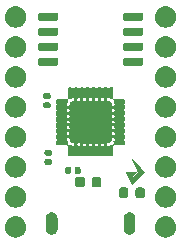
<source format=gbr>
G04 #@! TF.GenerationSoftware,KiCad,Pcbnew,5.99.0-unknown-c3175b4~86~ubuntu16.04.1*
G04 #@! TF.CreationDate,2020-03-24T03:28:14+00:00*
G04 #@! TF.ProjectId,kuiick,6b756969-636b-42e6-9b69-6361645f7063,rev?*
G04 #@! TF.SameCoordinates,Original*
G04 #@! TF.FileFunction,Soldermask,Bot*
G04 #@! TF.FilePolarity,Negative*
%FSLAX46Y46*%
G04 Gerber Fmt 4.6, Leading zero omitted, Abs format (unit mm)*
G04 Created by KiCad (PCBNEW 5.99.0-unknown-c3175b4~86~ubuntu16.04.1) date 2020-03-24 03:28:14*
%MOMM*%
%LPD*%
G04 APERTURE LIST*
%ADD10C,0.010583*%
%ADD11C,0.100000*%
G04 APERTURE END LIST*
D10*
G36*
X154558333Y-104241667D02*
G01*
X153500000Y-105300000D01*
X152970834Y-104241667D01*
X153881000Y-104241667D01*
X153500000Y-104622667D01*
X153500000Y-104770833D01*
X154029167Y-104241667D01*
X153500000Y-103183334D01*
X154558333Y-104241667D01*
X154558333Y-104241667D01*
G37*
X154558333Y-104241667D02*
X153500000Y-105300000D01*
X152970834Y-104241667D01*
X153881000Y-104241667D01*
X153500000Y-104622667D01*
X153500000Y-104770833D01*
X154029167Y-104241667D01*
X153500000Y-103183334D01*
X154558333Y-104241667D01*
D11*
G36*
X143699902Y-107989283D02*
G01*
X143744637Y-107989595D01*
X143788460Y-107998590D01*
X143838360Y-108003835D01*
X143880132Y-108017408D01*
X143917723Y-108025124D01*
X143964851Y-108044935D01*
X144018488Y-108062363D01*
X144051099Y-108081191D01*
X144080614Y-108093598D01*
X144128301Y-108125763D01*
X144182511Y-108157061D01*
X144205826Y-108178054D01*
X144227101Y-108192404D01*
X144272183Y-108237802D01*
X144323261Y-108283793D01*
X144338003Y-108304083D01*
X144351608Y-108317784D01*
X144390643Y-108376537D01*
X144434586Y-108437019D01*
X144442221Y-108454168D01*
X144449388Y-108464955D01*
X144478865Y-108536472D01*
X144511621Y-108610042D01*
X144514211Y-108622225D01*
X144516724Y-108628323D01*
X144533292Y-108711997D01*
X144550999Y-108795301D01*
X144550999Y-108984699D01*
X144548115Y-108998269D01*
X144548030Y-109004331D01*
X144529342Y-109086585D01*
X144511621Y-109169958D01*
X144509129Y-109175555D01*
X144509078Y-109175780D01*
X144437210Y-109337197D01*
X144437078Y-109337385D01*
X144434586Y-109342981D01*
X144384480Y-109411946D01*
X144335357Y-109481582D01*
X144330585Y-109486126D01*
X144323261Y-109496207D01*
X144263396Y-109550110D01*
X144207396Y-109603438D01*
X144196464Y-109610376D01*
X144182511Y-109622939D01*
X144117764Y-109660321D01*
X144058211Y-109698114D01*
X144040209Y-109705097D01*
X144018488Y-109717637D01*
X143953115Y-109738878D01*
X143893468Y-109762014D01*
X143868200Y-109766469D01*
X143838360Y-109776165D01*
X143776095Y-109782709D01*
X143719460Y-109792695D01*
X143687459Y-109792025D01*
X143650000Y-109795962D01*
X143593902Y-109790066D01*
X143542799Y-109788996D01*
X143505323Y-109780756D01*
X143461640Y-109776165D01*
X143413917Y-109760659D01*
X143370225Y-109751052D01*
X143329230Y-109733142D01*
X143281512Y-109717637D01*
X143243473Y-109695675D01*
X143208310Y-109680313D01*
X143166337Y-109651141D01*
X143117489Y-109622939D01*
X143089504Y-109597741D01*
X143063215Y-109579470D01*
X143023257Y-109538092D01*
X142976739Y-109496207D01*
X142958296Y-109470823D01*
X142940473Y-109452366D01*
X142905821Y-109398597D01*
X142865414Y-109342981D01*
X142855212Y-109320066D01*
X142844754Y-109303839D01*
X142818789Y-109238261D01*
X142788379Y-109169958D01*
X142784476Y-109151596D01*
X142779707Y-109139551D01*
X142765740Y-109063448D01*
X142749001Y-108984699D01*
X142749001Y-108972246D01*
X142747811Y-108965762D01*
X142749001Y-108880535D01*
X142749001Y-108795301D01*
X142750275Y-108789308D01*
X142750278Y-108789077D01*
X142787015Y-108616246D01*
X142787105Y-108616036D01*
X142788379Y-108610042D01*
X142823042Y-108532188D01*
X142856622Y-108453839D01*
X142860348Y-108448397D01*
X142865414Y-108437019D01*
X142912746Y-108371872D01*
X142956452Y-108308041D01*
X142965706Y-108298979D01*
X142976739Y-108283793D01*
X143032297Y-108233769D01*
X143082693Y-108184417D01*
X143098848Y-108173846D01*
X143117489Y-108157061D01*
X143177026Y-108122687D01*
X143230551Y-108087662D01*
X143254340Y-108078050D01*
X143281512Y-108062363D01*
X143341045Y-108043019D01*
X143394376Y-108021472D01*
X143425820Y-108015474D01*
X143461640Y-108003835D01*
X143517744Y-107997938D01*
X143567945Y-107988362D01*
X143606312Y-107988630D01*
X143650000Y-107984038D01*
X143699902Y-107989283D01*
X143699902Y-107989283D01*
G37*
G36*
X156399902Y-107989283D02*
G01*
X156444637Y-107989595D01*
X156488460Y-107998590D01*
X156538360Y-108003835D01*
X156580132Y-108017408D01*
X156617723Y-108025124D01*
X156664851Y-108044935D01*
X156718488Y-108062363D01*
X156751099Y-108081191D01*
X156780614Y-108093598D01*
X156828301Y-108125763D01*
X156882511Y-108157061D01*
X156905826Y-108178054D01*
X156927101Y-108192404D01*
X156972183Y-108237802D01*
X157023261Y-108283793D01*
X157038003Y-108304083D01*
X157051608Y-108317784D01*
X157090643Y-108376537D01*
X157134586Y-108437019D01*
X157142221Y-108454168D01*
X157149388Y-108464955D01*
X157178865Y-108536472D01*
X157211621Y-108610042D01*
X157214211Y-108622225D01*
X157216724Y-108628323D01*
X157233292Y-108711997D01*
X157250999Y-108795301D01*
X157250999Y-108984699D01*
X157248115Y-108998269D01*
X157248030Y-109004331D01*
X157229342Y-109086585D01*
X157211621Y-109169958D01*
X157209129Y-109175555D01*
X157209078Y-109175780D01*
X157137210Y-109337197D01*
X157137078Y-109337385D01*
X157134586Y-109342981D01*
X157084480Y-109411946D01*
X157035357Y-109481582D01*
X157030585Y-109486126D01*
X157023261Y-109496207D01*
X156963396Y-109550110D01*
X156907396Y-109603438D01*
X156896464Y-109610376D01*
X156882511Y-109622939D01*
X156817764Y-109660321D01*
X156758211Y-109698114D01*
X156740209Y-109705097D01*
X156718488Y-109717637D01*
X156653115Y-109738878D01*
X156593468Y-109762014D01*
X156568200Y-109766469D01*
X156538360Y-109776165D01*
X156476095Y-109782709D01*
X156419460Y-109792695D01*
X156387459Y-109792025D01*
X156350000Y-109795962D01*
X156293902Y-109790066D01*
X156242799Y-109788996D01*
X156205323Y-109780756D01*
X156161640Y-109776165D01*
X156113917Y-109760659D01*
X156070225Y-109751052D01*
X156029230Y-109733142D01*
X155981512Y-109717637D01*
X155943473Y-109695675D01*
X155908310Y-109680313D01*
X155866337Y-109651141D01*
X155817489Y-109622939D01*
X155789504Y-109597741D01*
X155763215Y-109579470D01*
X155723257Y-109538092D01*
X155676739Y-109496207D01*
X155658296Y-109470823D01*
X155640473Y-109452366D01*
X155605821Y-109398597D01*
X155565414Y-109342981D01*
X155555212Y-109320066D01*
X155544754Y-109303839D01*
X155518789Y-109238261D01*
X155488379Y-109169958D01*
X155484476Y-109151596D01*
X155479707Y-109139551D01*
X155465740Y-109063448D01*
X155449001Y-108984699D01*
X155449001Y-108972246D01*
X155447811Y-108965762D01*
X155449001Y-108880535D01*
X155449001Y-108795301D01*
X155450275Y-108789308D01*
X155450278Y-108789077D01*
X155487015Y-108616246D01*
X155487105Y-108616036D01*
X155488379Y-108610042D01*
X155523042Y-108532188D01*
X155556622Y-108453839D01*
X155560348Y-108448397D01*
X155565414Y-108437019D01*
X155612746Y-108371872D01*
X155656452Y-108308041D01*
X155665706Y-108298979D01*
X155676739Y-108283793D01*
X155732297Y-108233769D01*
X155782693Y-108184417D01*
X155798848Y-108173846D01*
X155817489Y-108157061D01*
X155877026Y-108122687D01*
X155930551Y-108087662D01*
X155954340Y-108078050D01*
X155981512Y-108062363D01*
X156041045Y-108043019D01*
X156094376Y-108021472D01*
X156125820Y-108015474D01*
X156161640Y-108003835D01*
X156217744Y-107997938D01*
X156267945Y-107988362D01*
X156306312Y-107988630D01*
X156350000Y-107984038D01*
X156399902Y-107989283D01*
X156399902Y-107989283D01*
G37*
G36*
X146748661Y-107649249D02*
G01*
X146774813Y-107649409D01*
X146819397Y-107662742D01*
X146856049Y-107669734D01*
X146879196Y-107680626D01*
X146912305Y-107690528D01*
X146944281Y-107711254D01*
X146970582Y-107723630D01*
X146996659Y-107745203D01*
X147032731Y-107768583D01*
X147052116Y-107791080D01*
X147068114Y-107804315D01*
X147092822Y-107838322D01*
X147126408Y-107877301D01*
X147135215Y-107896671D01*
X147142519Y-107906724D01*
X147160940Y-107953250D01*
X147185806Y-108007940D01*
X147187627Y-108020653D01*
X147189117Y-108024417D01*
X147196235Y-108080763D01*
X147201000Y-108114033D01*
X147201000Y-109084467D01*
X147184035Y-109197984D01*
X147169646Y-109228633D01*
X147167590Y-109239408D01*
X147147014Y-109276835D01*
X147123045Y-109327888D01*
X147112192Y-109340176D01*
X147108540Y-109346820D01*
X147071324Y-109386451D01*
X147028047Y-109435453D01*
X146955252Y-109481384D01*
X146915011Y-109506921D01*
X146914529Y-109507077D01*
X146906677Y-109512032D01*
X146845254Y-109529587D01*
X146794623Y-109546038D01*
X146785736Y-109546597D01*
X146768693Y-109551468D01*
X146713652Y-109551132D01*
X146668294Y-109553985D01*
X146651339Y-109550751D01*
X146625187Y-109550591D01*
X146580603Y-109537258D01*
X146543951Y-109530266D01*
X146520804Y-109519374D01*
X146487695Y-109509472D01*
X146455720Y-109488747D01*
X146429420Y-109476371D01*
X146403343Y-109454798D01*
X146367270Y-109431417D01*
X146347885Y-109408919D01*
X146331885Y-109395683D01*
X146307177Y-109361675D01*
X146273593Y-109322699D01*
X146264786Y-109303329D01*
X146257482Y-109293276D01*
X146239061Y-109246750D01*
X146214195Y-109192060D01*
X146212374Y-109179347D01*
X146210884Y-109175583D01*
X146203761Y-109119206D01*
X146199001Y-109085967D01*
X146199001Y-109081528D01*
X146199000Y-109081520D01*
X146199000Y-108115534D01*
X146215965Y-108002017D01*
X146230355Y-107971368D01*
X146232410Y-107960593D01*
X146252984Y-107923169D01*
X146276955Y-107872112D01*
X146287809Y-107859822D01*
X146291460Y-107853181D01*
X146328661Y-107813566D01*
X146371953Y-107764547D01*
X146444814Y-107718575D01*
X146484989Y-107693079D01*
X146485471Y-107692923D01*
X146493323Y-107687968D01*
X146554746Y-107670413D01*
X146605377Y-107653962D01*
X146614264Y-107653403D01*
X146631307Y-107648532D01*
X146686348Y-107648868D01*
X146731706Y-107646015D01*
X146748661Y-107649249D01*
X146748661Y-107649249D01*
G37*
G36*
X153348661Y-107649249D02*
G01*
X153374813Y-107649409D01*
X153419397Y-107662742D01*
X153456049Y-107669734D01*
X153479196Y-107680626D01*
X153512305Y-107690528D01*
X153544281Y-107711254D01*
X153570582Y-107723630D01*
X153596659Y-107745203D01*
X153632731Y-107768583D01*
X153652116Y-107791080D01*
X153668114Y-107804315D01*
X153692822Y-107838322D01*
X153726408Y-107877301D01*
X153735215Y-107896671D01*
X153742519Y-107906724D01*
X153760940Y-107953250D01*
X153785806Y-108007940D01*
X153787627Y-108020653D01*
X153789117Y-108024417D01*
X153796235Y-108080763D01*
X153801000Y-108114033D01*
X153801000Y-109084467D01*
X153784035Y-109197984D01*
X153769646Y-109228633D01*
X153767590Y-109239408D01*
X153747014Y-109276835D01*
X153723045Y-109327888D01*
X153712192Y-109340176D01*
X153708540Y-109346820D01*
X153671324Y-109386451D01*
X153628047Y-109435453D01*
X153555252Y-109481384D01*
X153515011Y-109506921D01*
X153514529Y-109507077D01*
X153506677Y-109512032D01*
X153445254Y-109529587D01*
X153394623Y-109546038D01*
X153385736Y-109546597D01*
X153368693Y-109551468D01*
X153313652Y-109551132D01*
X153268294Y-109553985D01*
X153251339Y-109550751D01*
X153225187Y-109550591D01*
X153180603Y-109537258D01*
X153143951Y-109530266D01*
X153120804Y-109519374D01*
X153087695Y-109509472D01*
X153055720Y-109488747D01*
X153029420Y-109476371D01*
X153003343Y-109454798D01*
X152967270Y-109431417D01*
X152947885Y-109408919D01*
X152931885Y-109395683D01*
X152907177Y-109361675D01*
X152873593Y-109322699D01*
X152864786Y-109303329D01*
X152857482Y-109293276D01*
X152839061Y-109246750D01*
X152814195Y-109192060D01*
X152812374Y-109179347D01*
X152810884Y-109175583D01*
X152803761Y-109119206D01*
X152799001Y-109085967D01*
X152799001Y-109081528D01*
X152799000Y-109081520D01*
X152799000Y-108115534D01*
X152815965Y-108002017D01*
X152830355Y-107971368D01*
X152832410Y-107960593D01*
X152852984Y-107923169D01*
X152876955Y-107872112D01*
X152887809Y-107859822D01*
X152891460Y-107853181D01*
X152928661Y-107813566D01*
X152971953Y-107764547D01*
X153044814Y-107718575D01*
X153084989Y-107693079D01*
X153085471Y-107692923D01*
X153093323Y-107687968D01*
X153154746Y-107670413D01*
X153205377Y-107653962D01*
X153214264Y-107653403D01*
X153231307Y-107648532D01*
X153286348Y-107648868D01*
X153331706Y-107646015D01*
X153348661Y-107649249D01*
X153348661Y-107649249D01*
G37*
G36*
X156538360Y-105463835D02*
G01*
X156619397Y-105490166D01*
X156706663Y-105517848D01*
X156709655Y-105519493D01*
X156718488Y-105522363D01*
X156790466Y-105563919D01*
X156861499Y-105602970D01*
X156868986Y-105609253D01*
X156882511Y-105617061D01*
X156940259Y-105669057D01*
X156996857Y-105716549D01*
X157006962Y-105729118D01*
X157023261Y-105743793D01*
X157065454Y-105801867D01*
X157107579Y-105854260D01*
X157117994Y-105874182D01*
X157134586Y-105897019D01*
X157161297Y-105957012D01*
X157189439Y-106010843D01*
X157197582Y-106038510D01*
X157211621Y-106070042D01*
X157223992Y-106128241D01*
X157239328Y-106180349D01*
X157242518Y-106215401D01*
X157250999Y-106255301D01*
X157250999Y-106308592D01*
X157255343Y-106356324D01*
X157250999Y-106397653D01*
X157250999Y-106444699D01*
X157241217Y-106490721D01*
X157236873Y-106532047D01*
X157222702Y-106577827D01*
X157211621Y-106629958D01*
X157195028Y-106667226D01*
X157184622Y-106700843D01*
X157158789Y-106748620D01*
X157134586Y-106802981D01*
X157114298Y-106830905D01*
X157100580Y-106856276D01*
X157061859Y-106903082D01*
X157023261Y-106956207D01*
X157002284Y-106975095D01*
X156987952Y-106992419D01*
X156935845Y-107034917D01*
X156882511Y-107082939D01*
X156863524Y-107093901D01*
X156851025Y-107104095D01*
X156785780Y-107138786D01*
X156718488Y-107177637D01*
X156703636Y-107182463D01*
X156695003Y-107187053D01*
X156617430Y-107210473D01*
X156538360Y-107236165D01*
X156529114Y-107237137D01*
X156525851Y-107238122D01*
X156434710Y-107247059D01*
X156397211Y-107251000D01*
X156302789Y-107251000D01*
X156161640Y-107236165D01*
X156080603Y-107209834D01*
X155993337Y-107182152D01*
X155990345Y-107180507D01*
X155981512Y-107177637D01*
X155909534Y-107136081D01*
X155838501Y-107097030D01*
X155831014Y-107090747D01*
X155817489Y-107082939D01*
X155759741Y-107030943D01*
X155703143Y-106983451D01*
X155693038Y-106970882D01*
X155676739Y-106956207D01*
X155634546Y-106898133D01*
X155592421Y-106845740D01*
X155582006Y-106825818D01*
X155565414Y-106802981D01*
X155538703Y-106742988D01*
X155510561Y-106689157D01*
X155502418Y-106661490D01*
X155488379Y-106629958D01*
X155476008Y-106571759D01*
X155460672Y-106519651D01*
X155457482Y-106484599D01*
X155449001Y-106444699D01*
X155449001Y-106391408D01*
X155444657Y-106343676D01*
X155449001Y-106302347D01*
X155449001Y-106255301D01*
X155458783Y-106209279D01*
X155463127Y-106167953D01*
X155477298Y-106122173D01*
X155488379Y-106070042D01*
X155504972Y-106032774D01*
X155515378Y-105999157D01*
X155541211Y-105951380D01*
X155565414Y-105897019D01*
X155585702Y-105869095D01*
X155599420Y-105843724D01*
X155638141Y-105796918D01*
X155676739Y-105743793D01*
X155697716Y-105724905D01*
X155712048Y-105707581D01*
X155764155Y-105665083D01*
X155817489Y-105617061D01*
X155836476Y-105606099D01*
X155848975Y-105595905D01*
X155914220Y-105561214D01*
X155981512Y-105522363D01*
X155996364Y-105517537D01*
X156004997Y-105512947D01*
X156082570Y-105489527D01*
X156161640Y-105463835D01*
X156170886Y-105462863D01*
X156174149Y-105461878D01*
X156265290Y-105452941D01*
X156302789Y-105449000D01*
X156397211Y-105449000D01*
X156538360Y-105463835D01*
X156538360Y-105463835D01*
G37*
G36*
X143838360Y-105463835D02*
G01*
X143919397Y-105490166D01*
X144006663Y-105517848D01*
X144009655Y-105519493D01*
X144018488Y-105522363D01*
X144090466Y-105563919D01*
X144161499Y-105602970D01*
X144168986Y-105609253D01*
X144182511Y-105617061D01*
X144240259Y-105669057D01*
X144296857Y-105716549D01*
X144306962Y-105729118D01*
X144323261Y-105743793D01*
X144365454Y-105801867D01*
X144407579Y-105854260D01*
X144417994Y-105874182D01*
X144434586Y-105897019D01*
X144461297Y-105957012D01*
X144489439Y-106010843D01*
X144497582Y-106038510D01*
X144511621Y-106070042D01*
X144523992Y-106128241D01*
X144539328Y-106180349D01*
X144542518Y-106215401D01*
X144550999Y-106255301D01*
X144550999Y-106308592D01*
X144555343Y-106356324D01*
X144550999Y-106397653D01*
X144550999Y-106444699D01*
X144541217Y-106490721D01*
X144536873Y-106532047D01*
X144522702Y-106577827D01*
X144511621Y-106629958D01*
X144495028Y-106667226D01*
X144484622Y-106700843D01*
X144458789Y-106748620D01*
X144434586Y-106802981D01*
X144414298Y-106830905D01*
X144400580Y-106856276D01*
X144361859Y-106903082D01*
X144323261Y-106956207D01*
X144302284Y-106975095D01*
X144287952Y-106992419D01*
X144235845Y-107034917D01*
X144182511Y-107082939D01*
X144163524Y-107093901D01*
X144151025Y-107104095D01*
X144085780Y-107138786D01*
X144018488Y-107177637D01*
X144003636Y-107182463D01*
X143995003Y-107187053D01*
X143917430Y-107210473D01*
X143838360Y-107236165D01*
X143829114Y-107237137D01*
X143825851Y-107238122D01*
X143734710Y-107247059D01*
X143697211Y-107251000D01*
X143602789Y-107251000D01*
X143461640Y-107236165D01*
X143380603Y-107209834D01*
X143293337Y-107182152D01*
X143290345Y-107180507D01*
X143281512Y-107177637D01*
X143209534Y-107136081D01*
X143138501Y-107097030D01*
X143131014Y-107090747D01*
X143117489Y-107082939D01*
X143059741Y-107030943D01*
X143003143Y-106983451D01*
X142993038Y-106970882D01*
X142976739Y-106956207D01*
X142934546Y-106898133D01*
X142892421Y-106845740D01*
X142882006Y-106825818D01*
X142865414Y-106802981D01*
X142838703Y-106742988D01*
X142810561Y-106689157D01*
X142802418Y-106661490D01*
X142788379Y-106629958D01*
X142776008Y-106571759D01*
X142760672Y-106519651D01*
X142757482Y-106484599D01*
X142749001Y-106444699D01*
X142749001Y-106391408D01*
X142744657Y-106343676D01*
X142749001Y-106302347D01*
X142749001Y-106255301D01*
X142758783Y-106209279D01*
X142763127Y-106167953D01*
X142777298Y-106122173D01*
X142788379Y-106070042D01*
X142804972Y-106032774D01*
X142815378Y-105999157D01*
X142841211Y-105951380D01*
X142865414Y-105897019D01*
X142885702Y-105869095D01*
X142899420Y-105843724D01*
X142938141Y-105796918D01*
X142976739Y-105743793D01*
X142997716Y-105724905D01*
X143012048Y-105707581D01*
X143064155Y-105665083D01*
X143117489Y-105617061D01*
X143136476Y-105606099D01*
X143148975Y-105595905D01*
X143214220Y-105561214D01*
X143281512Y-105522363D01*
X143296364Y-105517537D01*
X143304997Y-105512947D01*
X143382570Y-105489527D01*
X143461640Y-105463835D01*
X143470886Y-105462863D01*
X143474149Y-105461878D01*
X143565290Y-105452941D01*
X143602789Y-105449000D01*
X143697211Y-105449000D01*
X143838360Y-105463835D01*
X143838360Y-105463835D01*
G37*
G36*
X154370824Y-105548001D02*
G01*
X154371571Y-105548001D01*
X154375460Y-105548775D01*
X154446978Y-105560709D01*
X154453672Y-105564332D01*
X154459752Y-105565541D01*
X154476135Y-105576488D01*
X154513310Y-105596606D01*
X154524603Y-105608874D01*
X154534508Y-105615492D01*
X154544601Y-105630597D01*
X154564396Y-105652100D01*
X154574767Y-105675742D01*
X154584459Y-105690248D01*
X154587222Y-105704137D01*
X154595758Y-105723598D01*
X154603434Y-105785178D01*
X154603434Y-106212225D01*
X154601999Y-106220824D01*
X154601999Y-106221571D01*
X154601225Y-106225460D01*
X154589291Y-106296978D01*
X154585668Y-106303672D01*
X154584459Y-106309752D01*
X154573512Y-106326135D01*
X154553394Y-106363310D01*
X154541126Y-106374603D01*
X154534508Y-106384508D01*
X154519403Y-106394601D01*
X154497900Y-106414396D01*
X154474258Y-106424767D01*
X154459752Y-106434459D01*
X154445863Y-106437222D01*
X154426402Y-106445758D01*
X154364822Y-106453434D01*
X154037775Y-106453434D01*
X154029176Y-106451999D01*
X154028429Y-106451999D01*
X154024540Y-106451225D01*
X153953022Y-106439291D01*
X153946328Y-106435668D01*
X153940248Y-106434459D01*
X153923865Y-106423512D01*
X153886690Y-106403394D01*
X153875397Y-106391126D01*
X153865492Y-106384508D01*
X153855399Y-106369403D01*
X153835604Y-106347900D01*
X153825233Y-106324258D01*
X153815541Y-106309752D01*
X153812778Y-106295863D01*
X153804242Y-106276402D01*
X153796566Y-106214822D01*
X153796566Y-105787775D01*
X153798001Y-105779176D01*
X153798001Y-105778429D01*
X153798775Y-105774540D01*
X153810709Y-105703022D01*
X153814332Y-105696328D01*
X153815541Y-105690248D01*
X153826488Y-105673865D01*
X153846606Y-105636690D01*
X153858874Y-105625397D01*
X153865492Y-105615492D01*
X153880597Y-105605399D01*
X153902100Y-105585604D01*
X153925742Y-105575233D01*
X153940248Y-105565541D01*
X153954137Y-105562778D01*
X153973598Y-105554242D01*
X154035178Y-105546566D01*
X154362225Y-105546566D01*
X154370824Y-105548001D01*
X154370824Y-105548001D01*
G37*
G36*
X152970824Y-105548001D02*
G01*
X152971571Y-105548001D01*
X152975460Y-105548775D01*
X153046978Y-105560709D01*
X153053672Y-105564332D01*
X153059752Y-105565541D01*
X153076135Y-105576488D01*
X153113310Y-105596606D01*
X153124603Y-105608874D01*
X153134508Y-105615492D01*
X153144601Y-105630597D01*
X153164396Y-105652100D01*
X153174767Y-105675742D01*
X153184459Y-105690248D01*
X153187222Y-105704137D01*
X153195758Y-105723598D01*
X153203434Y-105785178D01*
X153203434Y-106212225D01*
X153201999Y-106220824D01*
X153201999Y-106221571D01*
X153201225Y-106225460D01*
X153189291Y-106296978D01*
X153185668Y-106303672D01*
X153184459Y-106309752D01*
X153173512Y-106326135D01*
X153153394Y-106363310D01*
X153141126Y-106374603D01*
X153134508Y-106384508D01*
X153119403Y-106394601D01*
X153097900Y-106414396D01*
X153074258Y-106424767D01*
X153059752Y-106434459D01*
X153045863Y-106437222D01*
X153026402Y-106445758D01*
X152964822Y-106453434D01*
X152637775Y-106453434D01*
X152629176Y-106451999D01*
X152628429Y-106451999D01*
X152624540Y-106451225D01*
X152553022Y-106439291D01*
X152546328Y-106435668D01*
X152540248Y-106434459D01*
X152523865Y-106423512D01*
X152486690Y-106403394D01*
X152475397Y-106391126D01*
X152465492Y-106384508D01*
X152455399Y-106369403D01*
X152435604Y-106347900D01*
X152425233Y-106324258D01*
X152415541Y-106309752D01*
X152412778Y-106295863D01*
X152404242Y-106276402D01*
X152396566Y-106214822D01*
X152396566Y-105787775D01*
X152398001Y-105779176D01*
X152398001Y-105778429D01*
X152398775Y-105774540D01*
X152410709Y-105703022D01*
X152414332Y-105696328D01*
X152415541Y-105690248D01*
X152426488Y-105673865D01*
X152446606Y-105636690D01*
X152458874Y-105625397D01*
X152465492Y-105615492D01*
X152480597Y-105605399D01*
X152502100Y-105585604D01*
X152525742Y-105575233D01*
X152540248Y-105565541D01*
X152554137Y-105562778D01*
X152573598Y-105554242D01*
X152635178Y-105546566D01*
X152962225Y-105546566D01*
X152970824Y-105548001D01*
X152970824Y-105548001D01*
G37*
G36*
X148958327Y-104622878D02*
G01*
X149031544Y-104646566D01*
X149262225Y-104646566D01*
X149270824Y-104648001D01*
X149271571Y-104648001D01*
X149275460Y-104648775D01*
X149346978Y-104660709D01*
X149353672Y-104664332D01*
X149359752Y-104665541D01*
X149376135Y-104676488D01*
X149413310Y-104696606D01*
X149424603Y-104708874D01*
X149434508Y-104715492D01*
X149444601Y-104730597D01*
X149464396Y-104752100D01*
X149474767Y-104775742D01*
X149484459Y-104790248D01*
X149487222Y-104804137D01*
X149495758Y-104823598D01*
X149503434Y-104885178D01*
X149503434Y-105312225D01*
X149501999Y-105320824D01*
X149501999Y-105321571D01*
X149501225Y-105325460D01*
X149489291Y-105396978D01*
X149485668Y-105403672D01*
X149484459Y-105409752D01*
X149473512Y-105426135D01*
X149453394Y-105463310D01*
X149441126Y-105474603D01*
X149434508Y-105484508D01*
X149419403Y-105494601D01*
X149397900Y-105514396D01*
X149374258Y-105524767D01*
X149359752Y-105534459D01*
X149345863Y-105537222D01*
X149326402Y-105545758D01*
X149264822Y-105553434D01*
X148937775Y-105553434D01*
X148929176Y-105551999D01*
X148928429Y-105551999D01*
X148924540Y-105551225D01*
X148853022Y-105539291D01*
X148846328Y-105535668D01*
X148840248Y-105534459D01*
X148823865Y-105523512D01*
X148786690Y-105503394D01*
X148775397Y-105491126D01*
X148765492Y-105484508D01*
X148755399Y-105469403D01*
X148735604Y-105447900D01*
X148725233Y-105424258D01*
X148715541Y-105409752D01*
X148712778Y-105395863D01*
X148704242Y-105376402D01*
X148696566Y-105314822D01*
X148696566Y-104887775D01*
X148698001Y-104879176D01*
X148698001Y-104878429D01*
X148698775Y-104874540D01*
X148710709Y-104803022D01*
X148714332Y-104796328D01*
X148715541Y-104790248D01*
X148726488Y-104773865D01*
X148746606Y-104736690D01*
X148758874Y-104725397D01*
X148765492Y-104715492D01*
X148780597Y-104705399D01*
X148802100Y-104685604D01*
X148825743Y-104675233D01*
X148840248Y-104665541D01*
X148854136Y-104662779D01*
X148873597Y-104654242D01*
X148879663Y-104653486D01*
X148944269Y-104625436D01*
X148951703Y-104614333D01*
X148958327Y-104622878D01*
X148958327Y-104622878D01*
G37*
G36*
X150670824Y-104648001D02*
G01*
X150671571Y-104648001D01*
X150675460Y-104648775D01*
X150746978Y-104660709D01*
X150753672Y-104664332D01*
X150759752Y-104665541D01*
X150776135Y-104676488D01*
X150813310Y-104696606D01*
X150824603Y-104708874D01*
X150834508Y-104715492D01*
X150844601Y-104730597D01*
X150864396Y-104752100D01*
X150874767Y-104775742D01*
X150884459Y-104790248D01*
X150887222Y-104804137D01*
X150895758Y-104823598D01*
X150903434Y-104885178D01*
X150903434Y-105312225D01*
X150901999Y-105320824D01*
X150901999Y-105321571D01*
X150901225Y-105325460D01*
X150889291Y-105396978D01*
X150885668Y-105403672D01*
X150884459Y-105409752D01*
X150873512Y-105426135D01*
X150853394Y-105463310D01*
X150841126Y-105474603D01*
X150834508Y-105484508D01*
X150819403Y-105494601D01*
X150797900Y-105514396D01*
X150774258Y-105524767D01*
X150759752Y-105534459D01*
X150745863Y-105537222D01*
X150726402Y-105545758D01*
X150664822Y-105553434D01*
X150337775Y-105553434D01*
X150329176Y-105551999D01*
X150328429Y-105551999D01*
X150324540Y-105551225D01*
X150253022Y-105539291D01*
X150246328Y-105535668D01*
X150240248Y-105534459D01*
X150223865Y-105523512D01*
X150186690Y-105503394D01*
X150175397Y-105491126D01*
X150165492Y-105484508D01*
X150155399Y-105469403D01*
X150135604Y-105447900D01*
X150125233Y-105424258D01*
X150115541Y-105409752D01*
X150112778Y-105395863D01*
X150104242Y-105376402D01*
X150096566Y-105314822D01*
X150096566Y-104887775D01*
X150098001Y-104879176D01*
X150098001Y-104878429D01*
X150098775Y-104874540D01*
X150110709Y-104803022D01*
X150114332Y-104796328D01*
X150115541Y-104790248D01*
X150126488Y-104773865D01*
X150146606Y-104736690D01*
X150158874Y-104725397D01*
X150165492Y-104715492D01*
X150180597Y-104705399D01*
X150202100Y-104685604D01*
X150225742Y-104675233D01*
X150240248Y-104665541D01*
X150254137Y-104662778D01*
X150273598Y-104654242D01*
X150335178Y-104646566D01*
X150662225Y-104646566D01*
X150670824Y-104648001D01*
X150670824Y-104648001D01*
G37*
G36*
X143838360Y-102923835D02*
G01*
X143919397Y-102950166D01*
X144006663Y-102977848D01*
X144009655Y-102979493D01*
X144018488Y-102982363D01*
X144090466Y-103023919D01*
X144161499Y-103062970D01*
X144168986Y-103069253D01*
X144182511Y-103077061D01*
X144240259Y-103129057D01*
X144296857Y-103176549D01*
X144306962Y-103189118D01*
X144323261Y-103203793D01*
X144365454Y-103261867D01*
X144407579Y-103314260D01*
X144417994Y-103334182D01*
X144434586Y-103357019D01*
X144461297Y-103417012D01*
X144489439Y-103470843D01*
X144497582Y-103498510D01*
X144511621Y-103530042D01*
X144523992Y-103588241D01*
X144539328Y-103640349D01*
X144542518Y-103675401D01*
X144550999Y-103715301D01*
X144550999Y-103768592D01*
X144555343Y-103816324D01*
X144550999Y-103857653D01*
X144550999Y-103904699D01*
X144541217Y-103950721D01*
X144536873Y-103992047D01*
X144522702Y-104037827D01*
X144511621Y-104089958D01*
X144495028Y-104127226D01*
X144484622Y-104160843D01*
X144458789Y-104208620D01*
X144434586Y-104262981D01*
X144414298Y-104290905D01*
X144400580Y-104316276D01*
X144361859Y-104363082D01*
X144323261Y-104416207D01*
X144302284Y-104435095D01*
X144287952Y-104452419D01*
X144235845Y-104494917D01*
X144182511Y-104542939D01*
X144163524Y-104553901D01*
X144151025Y-104564095D01*
X144085780Y-104598786D01*
X144018488Y-104637637D01*
X144003636Y-104642463D01*
X143995003Y-104647053D01*
X143917430Y-104670473D01*
X143838360Y-104696165D01*
X143829114Y-104697137D01*
X143825851Y-104698122D01*
X143734710Y-104707059D01*
X143697211Y-104711000D01*
X143602789Y-104711000D01*
X143461640Y-104696165D01*
X143380603Y-104669834D01*
X143293337Y-104642152D01*
X143290345Y-104640507D01*
X143281512Y-104637637D01*
X143209534Y-104596081D01*
X143138501Y-104557030D01*
X143131014Y-104550747D01*
X143117489Y-104542939D01*
X143059741Y-104490943D01*
X143003143Y-104443451D01*
X142993038Y-104430882D01*
X142976739Y-104416207D01*
X142934546Y-104358133D01*
X142892421Y-104305740D01*
X142882006Y-104285818D01*
X142865414Y-104262981D01*
X142838703Y-104202988D01*
X142810561Y-104149157D01*
X142802418Y-104121490D01*
X142788379Y-104089958D01*
X142776008Y-104031759D01*
X142760672Y-103979651D01*
X142757482Y-103944599D01*
X142749001Y-103904699D01*
X142749001Y-103851408D01*
X142744657Y-103803676D01*
X142749001Y-103762347D01*
X142749001Y-103715301D01*
X142758783Y-103669279D01*
X142763127Y-103627953D01*
X142777298Y-103582173D01*
X142788379Y-103530042D01*
X142804972Y-103492774D01*
X142815378Y-103459157D01*
X142841211Y-103411380D01*
X142865414Y-103357019D01*
X142885702Y-103329095D01*
X142899420Y-103303724D01*
X142938141Y-103256918D01*
X142976739Y-103203793D01*
X142997716Y-103184905D01*
X143012048Y-103167581D01*
X143064155Y-103125083D01*
X143117489Y-103077061D01*
X143136476Y-103066099D01*
X143148975Y-103055905D01*
X143214220Y-103021214D01*
X143281512Y-102982363D01*
X143296364Y-102977537D01*
X143304997Y-102972947D01*
X143382570Y-102949527D01*
X143461640Y-102923835D01*
X143470886Y-102922863D01*
X143474149Y-102921878D01*
X143565290Y-102912941D01*
X143602789Y-102909000D01*
X143697211Y-102909000D01*
X143838360Y-102923835D01*
X143838360Y-102923835D01*
G37*
G36*
X156538360Y-102923835D02*
G01*
X156619397Y-102950166D01*
X156706663Y-102977848D01*
X156709655Y-102979493D01*
X156718488Y-102982363D01*
X156790466Y-103023919D01*
X156861499Y-103062970D01*
X156868986Y-103069253D01*
X156882511Y-103077061D01*
X156940259Y-103129057D01*
X156996857Y-103176549D01*
X157006962Y-103189118D01*
X157023261Y-103203793D01*
X157065454Y-103261867D01*
X157107579Y-103314260D01*
X157117994Y-103334182D01*
X157134586Y-103357019D01*
X157161297Y-103417012D01*
X157189439Y-103470843D01*
X157197582Y-103498510D01*
X157211621Y-103530042D01*
X157223992Y-103588241D01*
X157239328Y-103640349D01*
X157242518Y-103675401D01*
X157250999Y-103715301D01*
X157250999Y-103768592D01*
X157255343Y-103816324D01*
X157250999Y-103857653D01*
X157250999Y-103904699D01*
X157241217Y-103950721D01*
X157236873Y-103992047D01*
X157222702Y-104037827D01*
X157211621Y-104089958D01*
X157195028Y-104127226D01*
X157184622Y-104160843D01*
X157158789Y-104208620D01*
X157134586Y-104262981D01*
X157114298Y-104290905D01*
X157100580Y-104316276D01*
X157061859Y-104363082D01*
X157023261Y-104416207D01*
X157002284Y-104435095D01*
X156987952Y-104452419D01*
X156935845Y-104494917D01*
X156882511Y-104542939D01*
X156863524Y-104553901D01*
X156851025Y-104564095D01*
X156785780Y-104598786D01*
X156718488Y-104637637D01*
X156703636Y-104642463D01*
X156695003Y-104647053D01*
X156617430Y-104670473D01*
X156538360Y-104696165D01*
X156529114Y-104697137D01*
X156525851Y-104698122D01*
X156434710Y-104707059D01*
X156397211Y-104711000D01*
X156302789Y-104711000D01*
X156161640Y-104696165D01*
X156080603Y-104669834D01*
X155993337Y-104642152D01*
X155990345Y-104640507D01*
X155981512Y-104637637D01*
X155909534Y-104596081D01*
X155838501Y-104557030D01*
X155831014Y-104550747D01*
X155817489Y-104542939D01*
X155759741Y-104490943D01*
X155703143Y-104443451D01*
X155693038Y-104430882D01*
X155676739Y-104416207D01*
X155634546Y-104358133D01*
X155592421Y-104305740D01*
X155582006Y-104285818D01*
X155565414Y-104262981D01*
X155538703Y-104202988D01*
X155510561Y-104149157D01*
X155502418Y-104121490D01*
X155488379Y-104089958D01*
X155476008Y-104031759D01*
X155460672Y-103979651D01*
X155457482Y-103944599D01*
X155449001Y-103904699D01*
X155449001Y-103851408D01*
X155444657Y-103803676D01*
X155449001Y-103762347D01*
X155449001Y-103715301D01*
X155458783Y-103669279D01*
X155463127Y-103627953D01*
X155477298Y-103582173D01*
X155488379Y-103530042D01*
X155504972Y-103492774D01*
X155515378Y-103459157D01*
X155541211Y-103411380D01*
X155565414Y-103357019D01*
X155585702Y-103329095D01*
X155599420Y-103303724D01*
X155638141Y-103256918D01*
X155676739Y-103203793D01*
X155697716Y-103184905D01*
X155712048Y-103167581D01*
X155764155Y-103125083D01*
X155817489Y-103077061D01*
X155836476Y-103066099D01*
X155848975Y-103055905D01*
X155914220Y-103021214D01*
X155981512Y-102982363D01*
X155996364Y-102977537D01*
X156004997Y-102972947D01*
X156082570Y-102949527D01*
X156161640Y-102923835D01*
X156170886Y-102922863D01*
X156174149Y-102921878D01*
X156265290Y-102912941D01*
X156302789Y-102909000D01*
X156397211Y-102909000D01*
X156538360Y-102923835D01*
X156538360Y-102923835D01*
G37*
G36*
X149053760Y-103808134D02*
G01*
X149056020Y-103809533D01*
X149056958Y-103809720D01*
X149064997Y-103815091D01*
X149101953Y-103837973D01*
X149104714Y-103841630D01*
X149106906Y-103843094D01*
X149115248Y-103855578D01*
X149134303Y-103880812D01*
X149135495Y-103885881D01*
X149140280Y-103893042D01*
X149151999Y-103951959D01*
X149151999Y-103956050D01*
X149154448Y-103966462D01*
X149154448Y-104236456D01*
X149141866Y-104303760D01*
X149140467Y-104306020D01*
X149140280Y-104306958D01*
X149134909Y-104314997D01*
X149112027Y-104351953D01*
X149108370Y-104354714D01*
X149106906Y-104356906D01*
X149094422Y-104365248D01*
X149069188Y-104384303D01*
X149064119Y-104385495D01*
X149056958Y-104390280D01*
X148999838Y-104401642D01*
X148942207Y-104434380D01*
X148864202Y-104404448D01*
X148813544Y-104404448D01*
X148746240Y-104391866D01*
X148743980Y-104390467D01*
X148743042Y-104390280D01*
X148735003Y-104384909D01*
X148698047Y-104362027D01*
X148695286Y-104358370D01*
X148693094Y-104356906D01*
X148684752Y-104344422D01*
X148665697Y-104319188D01*
X148664505Y-104314119D01*
X148659720Y-104306958D01*
X148648001Y-104248041D01*
X148648001Y-104243950D01*
X148645552Y-104233538D01*
X148645552Y-103963544D01*
X148658134Y-103896240D01*
X148659533Y-103893980D01*
X148659720Y-103893042D01*
X148665091Y-103885003D01*
X148687973Y-103848047D01*
X148691630Y-103845286D01*
X148693094Y-103843094D01*
X148705578Y-103834752D01*
X148730812Y-103815697D01*
X148735881Y-103814505D01*
X148743042Y-103809720D01*
X148801959Y-103798001D01*
X148806050Y-103798001D01*
X148816462Y-103795552D01*
X148986456Y-103795552D01*
X149053760Y-103808134D01*
X149053760Y-103808134D01*
G37*
G36*
X148253760Y-103808134D02*
G01*
X148256020Y-103809533D01*
X148256958Y-103809720D01*
X148264997Y-103815091D01*
X148301953Y-103837973D01*
X148304714Y-103841630D01*
X148306906Y-103843094D01*
X148315248Y-103855578D01*
X148334303Y-103880812D01*
X148335495Y-103885881D01*
X148340280Y-103893042D01*
X148351999Y-103951959D01*
X148351999Y-103956050D01*
X148354448Y-103966462D01*
X148354448Y-104236456D01*
X148341866Y-104303760D01*
X148340467Y-104306020D01*
X148340280Y-104306958D01*
X148334909Y-104314997D01*
X148312027Y-104351953D01*
X148308370Y-104354714D01*
X148306906Y-104356906D01*
X148294422Y-104365248D01*
X148269188Y-104384303D01*
X148264119Y-104385495D01*
X148256958Y-104390280D01*
X148198041Y-104401999D01*
X148193950Y-104401999D01*
X148183538Y-104404448D01*
X148013544Y-104404448D01*
X147946240Y-104391866D01*
X147943980Y-104390467D01*
X147943042Y-104390280D01*
X147935003Y-104384909D01*
X147898047Y-104362027D01*
X147895286Y-104358370D01*
X147893094Y-104356906D01*
X147884752Y-104344422D01*
X147865697Y-104319188D01*
X147864505Y-104314119D01*
X147859720Y-104306958D01*
X147848001Y-104248041D01*
X147848001Y-104243950D01*
X147845552Y-104233538D01*
X147845552Y-103963544D01*
X147858134Y-103896240D01*
X147859533Y-103893980D01*
X147859720Y-103893042D01*
X147865091Y-103885003D01*
X147887973Y-103848047D01*
X147891630Y-103845286D01*
X147893094Y-103843094D01*
X147905578Y-103834752D01*
X147930812Y-103815697D01*
X147935881Y-103814505D01*
X147943042Y-103809720D01*
X148001959Y-103798001D01*
X148006050Y-103798001D01*
X148016462Y-103795552D01*
X148186456Y-103795552D01*
X148253760Y-103808134D01*
X148253760Y-103808134D01*
G37*
G36*
X146603760Y-103158134D02*
G01*
X146606020Y-103159533D01*
X146606958Y-103159720D01*
X146614997Y-103165091D01*
X146651953Y-103187973D01*
X146654714Y-103191630D01*
X146656906Y-103193094D01*
X146665248Y-103205578D01*
X146684303Y-103230812D01*
X146685495Y-103235881D01*
X146690280Y-103243042D01*
X146701999Y-103301959D01*
X146701999Y-103306050D01*
X146704448Y-103316462D01*
X146704448Y-103486456D01*
X146691866Y-103553760D01*
X146690467Y-103556020D01*
X146690280Y-103556958D01*
X146684909Y-103564997D01*
X146662027Y-103601953D01*
X146658370Y-103604714D01*
X146656906Y-103606906D01*
X146644422Y-103615248D01*
X146619188Y-103634303D01*
X146614119Y-103635495D01*
X146606958Y-103640280D01*
X146548041Y-103651999D01*
X146543950Y-103651999D01*
X146533538Y-103654448D01*
X146263544Y-103654448D01*
X146196240Y-103641866D01*
X146193980Y-103640467D01*
X146193042Y-103640280D01*
X146185003Y-103634909D01*
X146148047Y-103612027D01*
X146145286Y-103608370D01*
X146143094Y-103606906D01*
X146134752Y-103594422D01*
X146115697Y-103569188D01*
X146114505Y-103564119D01*
X146109720Y-103556958D01*
X146098001Y-103498041D01*
X146098001Y-103493950D01*
X146095552Y-103483538D01*
X146095552Y-103313544D01*
X146108134Y-103246240D01*
X146109533Y-103243980D01*
X146109720Y-103243042D01*
X146115091Y-103235003D01*
X146137973Y-103198047D01*
X146141630Y-103195286D01*
X146143094Y-103193094D01*
X146155578Y-103184752D01*
X146180812Y-103165697D01*
X146185881Y-103164505D01*
X146193042Y-103159720D01*
X146251959Y-103148001D01*
X146256050Y-103148001D01*
X146266462Y-103145552D01*
X146536456Y-103145552D01*
X146603760Y-103158134D01*
X146603760Y-103158134D01*
G37*
G36*
X148355561Y-97081809D02*
G01*
X148393104Y-97106895D01*
X148396067Y-97111329D01*
X148450111Y-97156495D01*
X148519995Y-97165272D01*
X148603933Y-97111329D01*
X148606896Y-97106895D01*
X148644439Y-97081809D01*
X148701034Y-97070552D01*
X148798966Y-97070552D01*
X148855561Y-97081809D01*
X148893104Y-97106895D01*
X148896067Y-97111329D01*
X148950111Y-97156495D01*
X149019995Y-97165272D01*
X149103933Y-97111329D01*
X149106896Y-97106895D01*
X149144439Y-97081809D01*
X149201034Y-97070552D01*
X149298966Y-97070552D01*
X149355561Y-97081809D01*
X149393104Y-97106895D01*
X149396067Y-97111329D01*
X149450111Y-97156495D01*
X149519995Y-97165272D01*
X149603933Y-97111329D01*
X149606896Y-97106895D01*
X149644439Y-97081809D01*
X149701034Y-97070552D01*
X149798966Y-97070552D01*
X149855561Y-97081809D01*
X149893104Y-97106895D01*
X149896067Y-97111329D01*
X149950111Y-97156495D01*
X150019995Y-97165272D01*
X150103933Y-97111329D01*
X150106896Y-97106895D01*
X150144439Y-97081809D01*
X150201034Y-97070552D01*
X150298966Y-97070552D01*
X150355561Y-97081809D01*
X150393104Y-97106895D01*
X150396067Y-97111329D01*
X150450111Y-97156495D01*
X150519995Y-97165272D01*
X150603933Y-97111329D01*
X150606896Y-97106895D01*
X150644439Y-97081809D01*
X150701034Y-97070552D01*
X150798966Y-97070552D01*
X150855561Y-97081809D01*
X150893104Y-97106895D01*
X150896067Y-97111329D01*
X150950111Y-97156495D01*
X151019995Y-97165272D01*
X151103933Y-97111329D01*
X151106896Y-97106895D01*
X151144439Y-97081809D01*
X151201034Y-97070552D01*
X151298966Y-97070552D01*
X151355561Y-97081809D01*
X151393104Y-97106895D01*
X151396067Y-97111329D01*
X151450111Y-97156495D01*
X151519995Y-97165272D01*
X151603933Y-97111329D01*
X151606896Y-97106895D01*
X151644439Y-97081809D01*
X151701034Y-97070552D01*
X151798966Y-97070552D01*
X151855561Y-97081809D01*
X151893105Y-97106895D01*
X151918191Y-97144439D01*
X151929448Y-97201034D01*
X151929448Y-97936276D01*
X151930692Y-97936276D01*
X151935826Y-97993626D01*
X151979036Y-98049246D01*
X152063724Y-98067669D01*
X152063724Y-98070552D01*
X152798966Y-98070552D01*
X152855561Y-98081809D01*
X152893105Y-98106895D01*
X152918191Y-98144439D01*
X152929448Y-98201034D01*
X152929448Y-98298966D01*
X152918191Y-98355561D01*
X152893105Y-98393104D01*
X152888671Y-98396067D01*
X152843505Y-98450111D01*
X152834728Y-98519995D01*
X152888671Y-98603933D01*
X152893105Y-98606896D01*
X152918191Y-98644439D01*
X152929448Y-98701034D01*
X152929448Y-98798966D01*
X152918191Y-98855561D01*
X152893105Y-98893104D01*
X152888671Y-98896067D01*
X152843505Y-98950111D01*
X152834728Y-99019995D01*
X152888671Y-99103933D01*
X152893105Y-99106896D01*
X152918191Y-99144439D01*
X152929448Y-99201034D01*
X152929448Y-99298966D01*
X152918191Y-99355561D01*
X152893105Y-99393104D01*
X152888671Y-99396067D01*
X152843505Y-99450111D01*
X152834728Y-99519995D01*
X152888671Y-99603933D01*
X152893105Y-99606896D01*
X152918191Y-99644439D01*
X152929448Y-99701034D01*
X152929448Y-99798966D01*
X152918191Y-99855561D01*
X152893105Y-99893104D01*
X152888671Y-99896067D01*
X152843505Y-99950111D01*
X152834728Y-100019995D01*
X152888671Y-100103933D01*
X152893105Y-100106896D01*
X152918191Y-100144439D01*
X152929448Y-100201034D01*
X152929448Y-100298966D01*
X152918191Y-100355561D01*
X152893105Y-100393104D01*
X152888671Y-100396067D01*
X152843505Y-100450111D01*
X152834728Y-100519995D01*
X152888671Y-100603933D01*
X152893105Y-100606896D01*
X152918191Y-100644439D01*
X152929448Y-100701034D01*
X152929448Y-100798966D01*
X152918191Y-100855561D01*
X152893105Y-100893104D01*
X152888671Y-100896067D01*
X152843505Y-100950111D01*
X152834728Y-101019995D01*
X152888671Y-101103933D01*
X152893105Y-101106896D01*
X152918191Y-101144439D01*
X152929448Y-101201034D01*
X152929448Y-101298966D01*
X152918191Y-101355561D01*
X152893105Y-101393104D01*
X152888671Y-101396067D01*
X152843505Y-101450111D01*
X152834728Y-101519995D01*
X152888671Y-101603933D01*
X152893105Y-101606896D01*
X152918191Y-101644439D01*
X152929448Y-101701034D01*
X152929448Y-101798966D01*
X152918191Y-101855561D01*
X152893105Y-101893105D01*
X152855561Y-101918191D01*
X152798966Y-101929448D01*
X152063724Y-101929448D01*
X152063724Y-101930692D01*
X152006374Y-101935826D01*
X151950754Y-101979036D01*
X151932331Y-102063724D01*
X151929448Y-102063724D01*
X151929448Y-102798966D01*
X151918191Y-102855561D01*
X151893105Y-102893105D01*
X151855561Y-102918191D01*
X151798966Y-102929448D01*
X151701034Y-102929448D01*
X151644439Y-102918191D01*
X151606896Y-102893105D01*
X151603933Y-102888671D01*
X151549889Y-102843505D01*
X151480005Y-102834728D01*
X151396067Y-102888671D01*
X151393104Y-102893105D01*
X151355561Y-102918191D01*
X151298966Y-102929448D01*
X151201034Y-102929448D01*
X151144439Y-102918191D01*
X151106896Y-102893105D01*
X151103933Y-102888671D01*
X151049889Y-102843505D01*
X150980005Y-102834728D01*
X150896067Y-102888671D01*
X150893104Y-102893105D01*
X150855561Y-102918191D01*
X150798966Y-102929448D01*
X150701034Y-102929448D01*
X150644439Y-102918191D01*
X150606896Y-102893105D01*
X150603933Y-102888671D01*
X150549889Y-102843505D01*
X150480005Y-102834728D01*
X150396067Y-102888671D01*
X150393104Y-102893105D01*
X150355561Y-102918191D01*
X150298966Y-102929448D01*
X150201034Y-102929448D01*
X150144439Y-102918191D01*
X150106896Y-102893105D01*
X150103933Y-102888671D01*
X150049889Y-102843505D01*
X149980005Y-102834728D01*
X149896067Y-102888671D01*
X149893104Y-102893105D01*
X149855561Y-102918191D01*
X149798966Y-102929448D01*
X149701034Y-102929448D01*
X149644439Y-102918191D01*
X149606896Y-102893105D01*
X149603933Y-102888671D01*
X149549889Y-102843505D01*
X149480005Y-102834728D01*
X149396067Y-102888671D01*
X149393104Y-102893105D01*
X149355561Y-102918191D01*
X149298966Y-102929448D01*
X149201034Y-102929448D01*
X149144439Y-102918191D01*
X149106896Y-102893105D01*
X149103933Y-102888671D01*
X149049889Y-102843505D01*
X148980005Y-102834728D01*
X148896067Y-102888671D01*
X148893104Y-102893105D01*
X148855561Y-102918191D01*
X148798966Y-102929448D01*
X148701034Y-102929448D01*
X148644439Y-102918191D01*
X148606896Y-102893105D01*
X148603933Y-102888671D01*
X148549889Y-102843505D01*
X148480005Y-102834728D01*
X148396067Y-102888671D01*
X148393104Y-102893105D01*
X148355561Y-102918191D01*
X148298966Y-102929448D01*
X148201034Y-102929448D01*
X148144439Y-102918191D01*
X148106895Y-102893105D01*
X148081809Y-102855561D01*
X148070552Y-102798966D01*
X148070552Y-102063724D01*
X148069308Y-102063724D01*
X148064174Y-102006374D01*
X148020964Y-101950754D01*
X147936276Y-101932331D01*
X147936276Y-101929448D01*
X147201034Y-101929448D01*
X147144439Y-101918191D01*
X147106895Y-101893105D01*
X147081809Y-101855561D01*
X147070552Y-101798966D01*
X147070552Y-101701034D01*
X147081809Y-101644439D01*
X147106895Y-101606896D01*
X147111329Y-101603933D01*
X147156495Y-101549889D01*
X147160249Y-101519994D01*
X147959727Y-101519994D01*
X148013672Y-101603933D01*
X148035433Y-101618473D01*
X148092470Y-101636332D01*
X148061323Y-101680071D01*
X148054448Y-101720955D01*
X148054448Y-101811276D01*
X148055692Y-101811276D01*
X148060826Y-101868626D01*
X148104036Y-101924246D01*
X148188724Y-101942669D01*
X148188724Y-101945552D01*
X148276858Y-101945552D01*
X148344438Y-101925709D01*
X148363846Y-101903311D01*
X148382747Y-101966393D01*
X148396068Y-101986329D01*
X148450112Y-102031495D01*
X148519996Y-102040272D01*
X148603932Y-101986330D01*
X148614815Y-101970043D01*
X148630177Y-101920982D01*
X148867126Y-101920982D01*
X148886919Y-101972637D01*
X148896066Y-101986327D01*
X148950109Y-102031494D01*
X149019992Y-102040273D01*
X149103934Y-101986327D01*
X149113081Y-101972637D01*
X149129254Y-101920982D01*
X149367126Y-101920982D01*
X149386919Y-101972637D01*
X149396066Y-101986327D01*
X149450109Y-102031494D01*
X149519992Y-102040273D01*
X149603934Y-101986327D01*
X149613081Y-101972637D01*
X149629254Y-101920982D01*
X149867126Y-101920982D01*
X149886919Y-101972637D01*
X149896066Y-101986327D01*
X149950109Y-102031494D01*
X150019992Y-102040273D01*
X150103934Y-101986327D01*
X150113081Y-101972637D01*
X150129254Y-101920982D01*
X150367126Y-101920982D01*
X150386919Y-101972637D01*
X150396066Y-101986327D01*
X150450109Y-102031494D01*
X150519992Y-102040273D01*
X150603934Y-101986327D01*
X150613081Y-101972637D01*
X150629254Y-101920982D01*
X150867126Y-101920982D01*
X150886919Y-101972637D01*
X150896066Y-101986327D01*
X150950109Y-102031494D01*
X151019992Y-102040273D01*
X151103934Y-101986327D01*
X151113081Y-101972637D01*
X151134126Y-101905422D01*
X151124443Y-101870126D01*
X151367349Y-101870126D01*
X151384791Y-101969452D01*
X151396067Y-101986328D01*
X151450110Y-102031494D01*
X151519994Y-102040273D01*
X151603933Y-101986328D01*
X151618473Y-101964567D01*
X151636332Y-101907530D01*
X151680071Y-101938677D01*
X151720955Y-101945552D01*
X151811276Y-101945552D01*
X151811276Y-101944308D01*
X151868626Y-101939174D01*
X151924246Y-101895964D01*
X151942669Y-101811276D01*
X151945552Y-101811276D01*
X151945552Y-101723142D01*
X151925709Y-101655562D01*
X151903311Y-101636154D01*
X151966393Y-101617253D01*
X151986329Y-101603932D01*
X152031495Y-101549888D01*
X152040272Y-101480004D01*
X151986330Y-101396068D01*
X151970043Y-101385185D01*
X151902829Y-101364138D01*
X151834906Y-101382771D01*
X151787839Y-101435168D01*
X151776994Y-101470483D01*
X151773345Y-101494687D01*
X151782892Y-101564469D01*
X151814156Y-101601053D01*
X151802764Y-101599415D01*
X151728922Y-101638122D01*
X151705152Y-101663740D01*
X151696964Y-101676964D01*
X151683326Y-101687263D01*
X151661987Y-101710261D01*
X151658456Y-101712300D01*
X151609852Y-101763275D01*
X151600611Y-101811218D01*
X151568487Y-101782363D01*
X151491300Y-101772302D01*
X151485398Y-101773419D01*
X151470669Y-101776883D01*
X151467091Y-101776883D01*
X151465484Y-101777187D01*
X151402772Y-101809249D01*
X151367349Y-101870126D01*
X151124443Y-101870126D01*
X151115491Y-101837499D01*
X151063093Y-101790434D01*
X151009147Y-101778194D01*
X150990853Y-101778194D01*
X150923273Y-101798037D01*
X150877150Y-101851267D01*
X150867126Y-101920982D01*
X150629254Y-101920982D01*
X150634126Y-101905422D01*
X150615491Y-101837499D01*
X150563093Y-101790434D01*
X150509147Y-101778194D01*
X150490853Y-101778194D01*
X150423273Y-101798037D01*
X150377150Y-101851267D01*
X150367126Y-101920982D01*
X150129254Y-101920982D01*
X150134126Y-101905422D01*
X150115491Y-101837499D01*
X150063093Y-101790434D01*
X150009147Y-101778194D01*
X149990853Y-101778194D01*
X149923273Y-101798037D01*
X149877150Y-101851267D01*
X149867126Y-101920982D01*
X149629254Y-101920982D01*
X149634126Y-101905422D01*
X149615491Y-101837499D01*
X149563093Y-101790434D01*
X149509147Y-101778194D01*
X149490853Y-101778194D01*
X149423273Y-101798037D01*
X149377150Y-101851267D01*
X149367126Y-101920982D01*
X149129254Y-101920982D01*
X149134126Y-101905422D01*
X149115491Y-101837499D01*
X149063093Y-101790434D01*
X149009147Y-101778194D01*
X148990853Y-101778194D01*
X148923273Y-101798037D01*
X148877150Y-101851267D01*
X148867126Y-101920982D01*
X148630177Y-101920982D01*
X148635862Y-101902829D01*
X148617229Y-101834906D01*
X148564832Y-101787839D01*
X148529517Y-101776994D01*
X148505313Y-101773345D01*
X148435531Y-101782892D01*
X148398947Y-101814156D01*
X148400585Y-101802764D01*
X148361878Y-101728922D01*
X148336260Y-101705152D01*
X148323036Y-101696964D01*
X148312737Y-101683326D01*
X148289739Y-101661987D01*
X148287700Y-101658456D01*
X148236725Y-101609852D01*
X148188782Y-101600611D01*
X148217637Y-101568487D01*
X148227698Y-101491300D01*
X148226581Y-101485398D01*
X148223117Y-101470669D01*
X148223117Y-101467091D01*
X148222813Y-101465484D01*
X148190751Y-101402772D01*
X148129874Y-101367349D01*
X148030548Y-101384791D01*
X148013672Y-101396067D01*
X147968506Y-101450110D01*
X147959727Y-101519994D01*
X147160249Y-101519994D01*
X147165272Y-101480005D01*
X147111329Y-101396067D01*
X147106895Y-101393104D01*
X147081809Y-101355561D01*
X147070552Y-101298966D01*
X147070552Y-101201034D01*
X147081809Y-101144439D01*
X147106895Y-101106896D01*
X147111329Y-101103933D01*
X147156495Y-101049889D01*
X147160249Y-101019992D01*
X147959727Y-101019992D01*
X148013673Y-101103934D01*
X148027363Y-101113081D01*
X148094578Y-101134126D01*
X148162501Y-101115491D01*
X148209566Y-101063093D01*
X148221806Y-101009147D01*
X148221806Y-100990853D01*
X151778194Y-100990853D01*
X151778194Y-101009147D01*
X151798037Y-101076727D01*
X151851267Y-101122850D01*
X151920982Y-101132874D01*
X151972637Y-101113081D01*
X151986327Y-101103934D01*
X152031494Y-101049891D01*
X152040273Y-100980008D01*
X151986327Y-100896066D01*
X151972637Y-100886919D01*
X151905422Y-100865874D01*
X151837499Y-100884509D01*
X151790434Y-100936907D01*
X151778194Y-100990853D01*
X148221806Y-100990853D01*
X148201963Y-100923273D01*
X148148733Y-100877150D01*
X148079018Y-100867126D01*
X148027363Y-100886919D01*
X148013673Y-100896066D01*
X147968506Y-100950109D01*
X147959727Y-101019992D01*
X147160249Y-101019992D01*
X147165272Y-100980005D01*
X147111329Y-100896067D01*
X147106895Y-100893104D01*
X147081809Y-100855561D01*
X147070552Y-100798966D01*
X147070552Y-100701034D01*
X147081809Y-100644439D01*
X147106895Y-100606896D01*
X147111329Y-100603933D01*
X147156495Y-100549889D01*
X147160249Y-100519992D01*
X147959727Y-100519992D01*
X148013673Y-100603934D01*
X148027363Y-100613081D01*
X148094578Y-100634126D01*
X148162501Y-100615491D01*
X148209566Y-100563093D01*
X148221806Y-100509147D01*
X148221806Y-100490853D01*
X151778194Y-100490853D01*
X151778194Y-100509147D01*
X151798037Y-100576727D01*
X151851267Y-100622850D01*
X151920982Y-100632874D01*
X151972637Y-100613081D01*
X151986327Y-100603934D01*
X152031494Y-100549891D01*
X152040273Y-100480008D01*
X151986327Y-100396066D01*
X151972637Y-100386919D01*
X151905422Y-100365874D01*
X151837499Y-100384509D01*
X151790434Y-100436907D01*
X151778194Y-100490853D01*
X148221806Y-100490853D01*
X148201963Y-100423273D01*
X148148733Y-100377150D01*
X148079018Y-100367126D01*
X148027363Y-100386919D01*
X148013673Y-100396066D01*
X147968506Y-100450109D01*
X147959727Y-100519992D01*
X147160249Y-100519992D01*
X147165272Y-100480005D01*
X147111329Y-100396067D01*
X147106895Y-100393104D01*
X147081809Y-100355561D01*
X147070552Y-100298966D01*
X147070552Y-100201034D01*
X147081809Y-100144439D01*
X147106895Y-100106896D01*
X147111329Y-100103933D01*
X147156495Y-100049889D01*
X147160249Y-100019992D01*
X147959727Y-100019992D01*
X148013673Y-100103934D01*
X148027363Y-100113081D01*
X148094578Y-100134126D01*
X148162501Y-100115491D01*
X148209566Y-100063093D01*
X148221806Y-100009147D01*
X148221806Y-99990853D01*
X151778194Y-99990853D01*
X151778194Y-100009147D01*
X151798037Y-100076727D01*
X151851267Y-100122850D01*
X151920982Y-100132874D01*
X151972637Y-100113081D01*
X151986327Y-100103934D01*
X152031494Y-100049891D01*
X152040273Y-99980008D01*
X151986327Y-99896066D01*
X151972637Y-99886919D01*
X151905422Y-99865874D01*
X151837499Y-99884509D01*
X151790434Y-99936907D01*
X151778194Y-99990853D01*
X148221806Y-99990853D01*
X148201963Y-99923273D01*
X148148733Y-99877150D01*
X148079018Y-99867126D01*
X148027363Y-99886919D01*
X148013673Y-99896066D01*
X147968506Y-99950109D01*
X147959727Y-100019992D01*
X147160249Y-100019992D01*
X147165272Y-99980005D01*
X147111329Y-99896067D01*
X147106895Y-99893104D01*
X147081809Y-99855561D01*
X147070552Y-99798966D01*
X147070552Y-99701034D01*
X147081809Y-99644439D01*
X147106895Y-99606896D01*
X147111329Y-99603933D01*
X147156495Y-99549889D01*
X147160249Y-99519992D01*
X147959727Y-99519992D01*
X148013673Y-99603934D01*
X148027363Y-99613081D01*
X148094578Y-99634126D01*
X148162501Y-99615491D01*
X148209566Y-99563093D01*
X148221806Y-99509147D01*
X148221806Y-99490853D01*
X151778194Y-99490853D01*
X151778194Y-99509147D01*
X151798037Y-99576727D01*
X151851267Y-99622850D01*
X151920982Y-99632874D01*
X151972637Y-99613081D01*
X151986327Y-99603934D01*
X152031494Y-99549891D01*
X152040273Y-99480008D01*
X151986327Y-99396066D01*
X151972637Y-99386919D01*
X151905422Y-99365874D01*
X151837499Y-99384509D01*
X151790434Y-99436907D01*
X151778194Y-99490853D01*
X148221806Y-99490853D01*
X148201963Y-99423273D01*
X148148733Y-99377150D01*
X148079018Y-99367126D01*
X148027363Y-99386919D01*
X148013673Y-99396066D01*
X147968506Y-99450109D01*
X147959727Y-99519992D01*
X147160249Y-99519992D01*
X147165272Y-99480005D01*
X147111329Y-99396067D01*
X147106895Y-99393104D01*
X147081809Y-99355561D01*
X147070552Y-99298966D01*
X147070552Y-99201034D01*
X147081809Y-99144439D01*
X147106895Y-99106896D01*
X147111329Y-99103933D01*
X147156495Y-99049889D01*
X147160249Y-99019992D01*
X147959727Y-99019992D01*
X148013673Y-99103934D01*
X148027363Y-99113081D01*
X148094578Y-99134126D01*
X148162501Y-99115491D01*
X148209566Y-99063093D01*
X148221806Y-99009147D01*
X148221806Y-98990853D01*
X151778194Y-98990853D01*
X151778194Y-99009147D01*
X151798037Y-99076727D01*
X151851267Y-99122850D01*
X151920982Y-99132874D01*
X151972637Y-99113081D01*
X151986327Y-99103934D01*
X152031494Y-99049891D01*
X152040273Y-98980008D01*
X151986327Y-98896066D01*
X151972637Y-98886919D01*
X151905422Y-98865874D01*
X151837499Y-98884509D01*
X151790434Y-98936907D01*
X151778194Y-98990853D01*
X148221806Y-98990853D01*
X148201963Y-98923273D01*
X148148733Y-98877150D01*
X148079018Y-98867126D01*
X148027363Y-98886919D01*
X148013673Y-98896066D01*
X147968506Y-98950109D01*
X147959727Y-99019992D01*
X147160249Y-99019992D01*
X147165272Y-98980005D01*
X147111329Y-98896067D01*
X147106895Y-98893104D01*
X147081809Y-98855561D01*
X147070552Y-98798966D01*
X147070552Y-98701034D01*
X147081809Y-98644439D01*
X147106895Y-98606896D01*
X147111329Y-98603933D01*
X147156495Y-98549889D01*
X147160249Y-98519996D01*
X147959728Y-98519996D01*
X148013670Y-98603932D01*
X148029957Y-98614815D01*
X148097171Y-98635862D01*
X148165094Y-98617229D01*
X148212161Y-98564832D01*
X148223006Y-98529517D01*
X148226655Y-98505313D01*
X148217108Y-98435531D01*
X148185844Y-98398947D01*
X148197236Y-98400585D01*
X148271078Y-98361878D01*
X148294848Y-98336260D01*
X148303036Y-98323036D01*
X148316674Y-98312737D01*
X148338013Y-98289739D01*
X148341544Y-98287700D01*
X148390148Y-98236725D01*
X148399389Y-98188782D01*
X148431513Y-98217637D01*
X148508700Y-98227698D01*
X148514602Y-98226581D01*
X148529331Y-98223117D01*
X148532909Y-98223117D01*
X148534516Y-98222813D01*
X148597228Y-98190751D01*
X148632651Y-98129874D01*
X148626453Y-98094578D01*
X148865874Y-98094578D01*
X148884509Y-98162501D01*
X148936907Y-98209566D01*
X148990853Y-98221806D01*
X149009147Y-98221806D01*
X149076727Y-98201963D01*
X149122850Y-98148733D01*
X149130636Y-98094578D01*
X149365874Y-98094578D01*
X149384509Y-98162501D01*
X149436907Y-98209566D01*
X149490853Y-98221806D01*
X149509147Y-98221806D01*
X149576727Y-98201963D01*
X149622850Y-98148733D01*
X149630636Y-98094578D01*
X149865874Y-98094578D01*
X149884509Y-98162501D01*
X149936907Y-98209566D01*
X149990853Y-98221806D01*
X150009147Y-98221806D01*
X150076727Y-98201963D01*
X150122850Y-98148733D01*
X150130636Y-98094578D01*
X150365874Y-98094578D01*
X150384509Y-98162501D01*
X150436907Y-98209566D01*
X150490853Y-98221806D01*
X150509147Y-98221806D01*
X150576727Y-98201963D01*
X150622850Y-98148733D01*
X150630636Y-98094578D01*
X150865874Y-98094578D01*
X150884509Y-98162501D01*
X150936907Y-98209566D01*
X150990853Y-98221806D01*
X151009147Y-98221806D01*
X151076727Y-98201963D01*
X151122850Y-98148733D01*
X151130263Y-98097171D01*
X151364138Y-98097171D01*
X151382771Y-98165094D01*
X151435168Y-98212161D01*
X151470483Y-98223006D01*
X151494687Y-98226655D01*
X151564469Y-98217108D01*
X151601053Y-98185844D01*
X151599415Y-98197236D01*
X151638122Y-98271078D01*
X151663740Y-98294848D01*
X151676964Y-98303036D01*
X151687263Y-98316674D01*
X151710261Y-98338013D01*
X151712300Y-98341544D01*
X151763275Y-98390148D01*
X151811218Y-98399389D01*
X151782363Y-98431513D01*
X151772302Y-98508700D01*
X151773419Y-98514602D01*
X151776883Y-98529331D01*
X151776883Y-98532909D01*
X151777187Y-98534516D01*
X151809249Y-98597228D01*
X151870126Y-98632651D01*
X151969452Y-98615209D01*
X151986328Y-98603933D01*
X152031494Y-98549890D01*
X152040273Y-98480006D01*
X151986328Y-98396067D01*
X151964567Y-98381527D01*
X151907530Y-98363668D01*
X151938677Y-98319929D01*
X151945552Y-98279045D01*
X151945552Y-98188724D01*
X151944308Y-98188724D01*
X151939174Y-98131374D01*
X151895964Y-98075754D01*
X151811276Y-98057331D01*
X151811276Y-98054448D01*
X151723142Y-98054448D01*
X151655562Y-98074291D01*
X151636154Y-98096689D01*
X151617253Y-98033607D01*
X151603932Y-98013671D01*
X151549888Y-97968505D01*
X151480004Y-97959728D01*
X151396068Y-98013670D01*
X151385185Y-98029957D01*
X151364138Y-98097171D01*
X151130263Y-98097171D01*
X151132874Y-98079018D01*
X151113081Y-98027363D01*
X151103934Y-98013673D01*
X151049891Y-97968506D01*
X150980008Y-97959727D01*
X150896066Y-98013673D01*
X150886919Y-98027363D01*
X150865874Y-98094578D01*
X150630636Y-98094578D01*
X150632874Y-98079018D01*
X150613081Y-98027363D01*
X150603934Y-98013673D01*
X150549891Y-97968506D01*
X150480008Y-97959727D01*
X150396066Y-98013673D01*
X150386919Y-98027363D01*
X150365874Y-98094578D01*
X150130636Y-98094578D01*
X150132874Y-98079018D01*
X150113081Y-98027363D01*
X150103934Y-98013673D01*
X150049891Y-97968506D01*
X149980008Y-97959727D01*
X149896066Y-98013673D01*
X149886919Y-98027363D01*
X149865874Y-98094578D01*
X149630636Y-98094578D01*
X149632874Y-98079018D01*
X149613081Y-98027363D01*
X149603934Y-98013673D01*
X149549891Y-97968506D01*
X149480008Y-97959727D01*
X149396066Y-98013673D01*
X149386919Y-98027363D01*
X149365874Y-98094578D01*
X149130636Y-98094578D01*
X149132874Y-98079018D01*
X149113081Y-98027363D01*
X149103934Y-98013673D01*
X149049891Y-97968506D01*
X148980008Y-97959727D01*
X148896066Y-98013673D01*
X148886919Y-98027363D01*
X148865874Y-98094578D01*
X148626453Y-98094578D01*
X148615209Y-98030548D01*
X148603933Y-98013672D01*
X148549890Y-97968506D01*
X148480006Y-97959727D01*
X148396067Y-98013672D01*
X148381527Y-98035433D01*
X148363668Y-98092470D01*
X148319929Y-98061323D01*
X148279045Y-98054448D01*
X148188724Y-98054448D01*
X148188724Y-98055692D01*
X148131374Y-98060826D01*
X148075754Y-98104036D01*
X148057331Y-98188724D01*
X148054448Y-98188724D01*
X148054448Y-98276858D01*
X148074291Y-98344438D01*
X148096689Y-98363846D01*
X148033607Y-98382747D01*
X148013671Y-98396068D01*
X147968505Y-98450112D01*
X147959728Y-98519996D01*
X147160249Y-98519996D01*
X147165272Y-98480005D01*
X147111329Y-98396067D01*
X147106895Y-98393104D01*
X147081809Y-98355561D01*
X147070552Y-98298966D01*
X147070552Y-98201034D01*
X147081809Y-98144439D01*
X147106895Y-98106895D01*
X147144439Y-98081809D01*
X147201034Y-98070552D01*
X147936276Y-98070552D01*
X147936276Y-98069308D01*
X147993626Y-98064174D01*
X148049246Y-98020964D01*
X148067669Y-97936276D01*
X148070552Y-97936276D01*
X148070552Y-97201034D01*
X148081809Y-97144439D01*
X148106895Y-97106895D01*
X148144439Y-97081809D01*
X148201034Y-97070552D01*
X148298966Y-97070552D01*
X148355561Y-97081809D01*
X148355561Y-97081809D01*
G37*
G36*
X146603760Y-102358134D02*
G01*
X146606020Y-102359533D01*
X146606958Y-102359720D01*
X146614997Y-102365091D01*
X146651953Y-102387973D01*
X146654714Y-102391630D01*
X146656906Y-102393094D01*
X146665248Y-102405578D01*
X146684303Y-102430812D01*
X146685495Y-102435881D01*
X146690280Y-102443042D01*
X146701999Y-102501959D01*
X146701999Y-102506050D01*
X146704448Y-102516462D01*
X146704448Y-102686456D01*
X146691866Y-102753760D01*
X146690467Y-102756020D01*
X146690280Y-102756958D01*
X146684909Y-102764997D01*
X146662027Y-102801953D01*
X146658370Y-102804714D01*
X146656906Y-102806906D01*
X146644422Y-102815248D01*
X146619188Y-102834303D01*
X146614119Y-102835495D01*
X146606958Y-102840280D01*
X146548041Y-102851999D01*
X146543950Y-102851999D01*
X146533538Y-102854448D01*
X146263544Y-102854448D01*
X146196240Y-102841866D01*
X146193980Y-102840467D01*
X146193042Y-102840280D01*
X146185003Y-102834909D01*
X146148047Y-102812027D01*
X146145286Y-102808370D01*
X146143094Y-102806906D01*
X146134752Y-102794422D01*
X146115697Y-102769188D01*
X146114505Y-102764119D01*
X146109720Y-102756958D01*
X146098001Y-102698041D01*
X146098001Y-102693950D01*
X146095552Y-102683538D01*
X146095552Y-102513544D01*
X146108134Y-102446240D01*
X146109533Y-102443980D01*
X146109720Y-102443042D01*
X146115091Y-102435003D01*
X146137973Y-102398047D01*
X146141630Y-102395286D01*
X146143094Y-102393094D01*
X146155578Y-102384752D01*
X146180812Y-102365697D01*
X146185881Y-102364505D01*
X146193042Y-102359720D01*
X146251959Y-102348001D01*
X146256050Y-102348001D01*
X146266462Y-102345552D01*
X146536456Y-102345552D01*
X146603760Y-102358134D01*
X146603760Y-102358134D01*
G37*
G36*
X156538360Y-100383835D02*
G01*
X156619397Y-100410166D01*
X156706663Y-100437848D01*
X156709655Y-100439493D01*
X156718488Y-100442363D01*
X156790466Y-100483919D01*
X156861499Y-100522970D01*
X156868986Y-100529253D01*
X156882511Y-100537061D01*
X156940259Y-100589057D01*
X156996857Y-100636549D01*
X157006962Y-100649118D01*
X157023261Y-100663793D01*
X157065454Y-100721867D01*
X157107579Y-100774260D01*
X157117994Y-100794182D01*
X157134586Y-100817019D01*
X157161297Y-100877012D01*
X157189439Y-100930843D01*
X157197582Y-100958510D01*
X157211621Y-100990042D01*
X157223992Y-101048241D01*
X157239328Y-101100349D01*
X157242518Y-101135401D01*
X157250999Y-101175301D01*
X157250999Y-101228592D01*
X157255343Y-101276324D01*
X157250999Y-101317653D01*
X157250999Y-101364699D01*
X157241217Y-101410721D01*
X157236873Y-101452047D01*
X157222702Y-101497827D01*
X157211621Y-101549958D01*
X157195028Y-101587226D01*
X157184622Y-101620843D01*
X157158789Y-101668620D01*
X157134586Y-101722981D01*
X157114298Y-101750905D01*
X157100580Y-101776276D01*
X157061859Y-101823082D01*
X157023261Y-101876207D01*
X157002284Y-101895095D01*
X156987952Y-101912419D01*
X156935845Y-101954917D01*
X156882511Y-102002939D01*
X156863524Y-102013901D01*
X156851025Y-102024095D01*
X156785780Y-102058786D01*
X156718488Y-102097637D01*
X156703636Y-102102463D01*
X156695003Y-102107053D01*
X156617430Y-102130473D01*
X156538360Y-102156165D01*
X156529114Y-102157137D01*
X156525851Y-102158122D01*
X156434710Y-102167059D01*
X156397211Y-102171000D01*
X156302789Y-102171000D01*
X156161640Y-102156165D01*
X156080603Y-102129834D01*
X155993337Y-102102152D01*
X155990345Y-102100507D01*
X155981512Y-102097637D01*
X155909534Y-102056081D01*
X155838501Y-102017030D01*
X155831014Y-102010747D01*
X155817489Y-102002939D01*
X155759741Y-101950943D01*
X155703143Y-101903451D01*
X155693038Y-101890882D01*
X155676739Y-101876207D01*
X155634546Y-101818133D01*
X155592421Y-101765740D01*
X155582006Y-101745818D01*
X155565414Y-101722981D01*
X155538703Y-101662988D01*
X155510561Y-101609157D01*
X155502418Y-101581490D01*
X155488379Y-101549958D01*
X155476008Y-101491759D01*
X155460672Y-101439651D01*
X155457482Y-101404599D01*
X155449001Y-101364699D01*
X155449001Y-101311408D01*
X155444657Y-101263676D01*
X155449001Y-101222347D01*
X155449001Y-101175301D01*
X155458783Y-101129279D01*
X155463127Y-101087953D01*
X155477298Y-101042173D01*
X155488379Y-100990042D01*
X155504972Y-100952774D01*
X155515378Y-100919157D01*
X155541211Y-100871380D01*
X155565414Y-100817019D01*
X155585702Y-100789095D01*
X155599420Y-100763724D01*
X155638141Y-100716918D01*
X155676739Y-100663793D01*
X155697716Y-100644905D01*
X155712048Y-100627581D01*
X155764155Y-100585083D01*
X155817489Y-100537061D01*
X155836476Y-100526099D01*
X155848975Y-100515905D01*
X155914220Y-100481214D01*
X155981512Y-100442363D01*
X155996364Y-100437537D01*
X156004997Y-100432947D01*
X156082570Y-100409527D01*
X156161640Y-100383835D01*
X156170886Y-100382863D01*
X156174149Y-100381878D01*
X156265290Y-100372941D01*
X156302789Y-100369000D01*
X156397211Y-100369000D01*
X156538360Y-100383835D01*
X156538360Y-100383835D01*
G37*
G36*
X143838360Y-100383835D02*
G01*
X143919397Y-100410166D01*
X144006663Y-100437848D01*
X144009655Y-100439493D01*
X144018488Y-100442363D01*
X144090466Y-100483919D01*
X144161499Y-100522970D01*
X144168986Y-100529253D01*
X144182511Y-100537061D01*
X144240259Y-100589057D01*
X144296857Y-100636549D01*
X144306962Y-100649118D01*
X144323261Y-100663793D01*
X144365454Y-100721867D01*
X144407579Y-100774260D01*
X144417994Y-100794182D01*
X144434586Y-100817019D01*
X144461297Y-100877012D01*
X144489439Y-100930843D01*
X144497582Y-100958510D01*
X144511621Y-100990042D01*
X144523992Y-101048241D01*
X144539328Y-101100349D01*
X144542518Y-101135401D01*
X144550999Y-101175301D01*
X144550999Y-101228592D01*
X144555343Y-101276324D01*
X144550999Y-101317653D01*
X144550999Y-101364699D01*
X144541217Y-101410721D01*
X144536873Y-101452047D01*
X144522702Y-101497827D01*
X144511621Y-101549958D01*
X144495028Y-101587226D01*
X144484622Y-101620843D01*
X144458789Y-101668620D01*
X144434586Y-101722981D01*
X144414298Y-101750905D01*
X144400580Y-101776276D01*
X144361859Y-101823082D01*
X144323261Y-101876207D01*
X144302284Y-101895095D01*
X144287952Y-101912419D01*
X144235845Y-101954917D01*
X144182511Y-102002939D01*
X144163524Y-102013901D01*
X144151025Y-102024095D01*
X144085780Y-102058786D01*
X144018488Y-102097637D01*
X144003636Y-102102463D01*
X143995003Y-102107053D01*
X143917430Y-102130473D01*
X143838360Y-102156165D01*
X143829114Y-102157137D01*
X143825851Y-102158122D01*
X143734710Y-102167059D01*
X143697211Y-102171000D01*
X143602789Y-102171000D01*
X143461640Y-102156165D01*
X143380603Y-102129834D01*
X143293337Y-102102152D01*
X143290345Y-102100507D01*
X143281512Y-102097637D01*
X143209534Y-102056081D01*
X143138501Y-102017030D01*
X143131014Y-102010747D01*
X143117489Y-102002939D01*
X143059741Y-101950943D01*
X143003143Y-101903451D01*
X142993038Y-101890882D01*
X142976739Y-101876207D01*
X142934546Y-101818133D01*
X142892421Y-101765740D01*
X142882006Y-101745818D01*
X142865414Y-101722981D01*
X142838703Y-101662988D01*
X142810561Y-101609157D01*
X142802418Y-101581490D01*
X142788379Y-101549958D01*
X142776008Y-101491759D01*
X142760672Y-101439651D01*
X142757482Y-101404599D01*
X142749001Y-101364699D01*
X142749001Y-101311408D01*
X142744657Y-101263676D01*
X142749001Y-101222347D01*
X142749001Y-101175301D01*
X142758783Y-101129279D01*
X142763127Y-101087953D01*
X142777298Y-101042173D01*
X142788379Y-100990042D01*
X142804972Y-100952774D01*
X142815378Y-100919157D01*
X142841211Y-100871380D01*
X142865414Y-100817019D01*
X142885702Y-100789095D01*
X142899420Y-100763724D01*
X142938141Y-100716918D01*
X142976739Y-100663793D01*
X142997716Y-100644905D01*
X143012048Y-100627581D01*
X143064155Y-100585083D01*
X143117489Y-100537061D01*
X143136476Y-100526099D01*
X143148975Y-100515905D01*
X143214220Y-100481214D01*
X143281512Y-100442363D01*
X143296364Y-100437537D01*
X143304997Y-100432947D01*
X143382570Y-100409527D01*
X143461640Y-100383835D01*
X143470886Y-100382863D01*
X143474149Y-100381878D01*
X143565290Y-100372941D01*
X143602789Y-100369000D01*
X143697211Y-100369000D01*
X143838360Y-100383835D01*
X143838360Y-100383835D01*
G37*
G36*
X156538360Y-97843835D02*
G01*
X156619397Y-97870166D01*
X156706663Y-97897848D01*
X156709655Y-97899493D01*
X156718488Y-97902363D01*
X156790466Y-97943919D01*
X156861499Y-97982970D01*
X156868986Y-97989253D01*
X156882511Y-97997061D01*
X156940259Y-98049057D01*
X156996857Y-98096549D01*
X157006962Y-98109118D01*
X157023261Y-98123793D01*
X157065454Y-98181867D01*
X157107579Y-98234260D01*
X157117994Y-98254182D01*
X157134586Y-98277019D01*
X157161297Y-98337012D01*
X157189439Y-98390843D01*
X157197582Y-98418510D01*
X157211621Y-98450042D01*
X157223992Y-98508241D01*
X157239328Y-98560349D01*
X157242518Y-98595401D01*
X157250999Y-98635301D01*
X157250999Y-98688592D01*
X157255343Y-98736324D01*
X157250999Y-98777653D01*
X157250999Y-98824699D01*
X157241217Y-98870721D01*
X157236873Y-98912047D01*
X157222702Y-98957827D01*
X157211621Y-99009958D01*
X157195028Y-99047226D01*
X157184622Y-99080843D01*
X157158789Y-99128620D01*
X157134586Y-99182981D01*
X157114298Y-99210905D01*
X157100580Y-99236276D01*
X157061859Y-99283082D01*
X157023261Y-99336207D01*
X157002284Y-99355095D01*
X156987952Y-99372419D01*
X156935845Y-99414917D01*
X156882511Y-99462939D01*
X156863524Y-99473901D01*
X156851025Y-99484095D01*
X156785780Y-99518786D01*
X156718488Y-99557637D01*
X156703636Y-99562463D01*
X156695003Y-99567053D01*
X156617430Y-99590473D01*
X156538360Y-99616165D01*
X156529114Y-99617137D01*
X156525851Y-99618122D01*
X156434710Y-99627059D01*
X156397211Y-99631000D01*
X156302789Y-99631000D01*
X156161640Y-99616165D01*
X156080603Y-99589834D01*
X155993337Y-99562152D01*
X155990345Y-99560507D01*
X155981512Y-99557637D01*
X155909534Y-99516081D01*
X155838501Y-99477030D01*
X155831014Y-99470747D01*
X155817489Y-99462939D01*
X155759741Y-99410943D01*
X155703143Y-99363451D01*
X155693038Y-99350882D01*
X155676739Y-99336207D01*
X155634546Y-99278133D01*
X155592421Y-99225740D01*
X155582006Y-99205818D01*
X155565414Y-99182981D01*
X155538703Y-99122988D01*
X155510561Y-99069157D01*
X155502418Y-99041490D01*
X155488379Y-99009958D01*
X155476008Y-98951759D01*
X155460672Y-98899651D01*
X155457482Y-98864599D01*
X155449001Y-98824699D01*
X155449001Y-98771408D01*
X155444657Y-98723676D01*
X155449001Y-98682347D01*
X155449001Y-98635301D01*
X155458783Y-98589279D01*
X155463127Y-98547953D01*
X155477298Y-98502173D01*
X155488379Y-98450042D01*
X155504972Y-98412774D01*
X155515378Y-98379157D01*
X155541211Y-98331380D01*
X155565414Y-98277019D01*
X155585702Y-98249095D01*
X155599420Y-98223724D01*
X155638141Y-98176918D01*
X155676739Y-98123793D01*
X155697716Y-98104905D01*
X155712048Y-98087581D01*
X155764155Y-98045083D01*
X155817489Y-97997061D01*
X155836476Y-97986099D01*
X155848975Y-97975905D01*
X155914220Y-97941214D01*
X155981512Y-97902363D01*
X155996364Y-97897537D01*
X156004997Y-97892947D01*
X156082570Y-97869527D01*
X156161640Y-97843835D01*
X156170886Y-97842863D01*
X156174149Y-97841878D01*
X156265290Y-97832941D01*
X156302789Y-97829000D01*
X156397211Y-97829000D01*
X156538360Y-97843835D01*
X156538360Y-97843835D01*
G37*
G36*
X143838360Y-97843835D02*
G01*
X143919397Y-97870166D01*
X144006663Y-97897848D01*
X144009655Y-97899493D01*
X144018488Y-97902363D01*
X144090466Y-97943919D01*
X144161499Y-97982970D01*
X144168986Y-97989253D01*
X144182511Y-97997061D01*
X144240259Y-98049057D01*
X144296857Y-98096549D01*
X144306962Y-98109118D01*
X144323261Y-98123793D01*
X144365454Y-98181867D01*
X144407579Y-98234260D01*
X144417994Y-98254182D01*
X144434586Y-98277019D01*
X144461297Y-98337012D01*
X144489439Y-98390843D01*
X144497582Y-98418510D01*
X144511621Y-98450042D01*
X144523992Y-98508241D01*
X144539328Y-98560349D01*
X144542518Y-98595401D01*
X144550999Y-98635301D01*
X144550999Y-98688592D01*
X144555343Y-98736324D01*
X144550999Y-98777653D01*
X144550999Y-98824699D01*
X144541217Y-98870721D01*
X144536873Y-98912047D01*
X144522702Y-98957827D01*
X144511621Y-99009958D01*
X144495028Y-99047226D01*
X144484622Y-99080843D01*
X144458789Y-99128620D01*
X144434586Y-99182981D01*
X144414298Y-99210905D01*
X144400580Y-99236276D01*
X144361859Y-99283082D01*
X144323261Y-99336207D01*
X144302284Y-99355095D01*
X144287952Y-99372419D01*
X144235845Y-99414917D01*
X144182511Y-99462939D01*
X144163524Y-99473901D01*
X144151025Y-99484095D01*
X144085780Y-99518786D01*
X144018488Y-99557637D01*
X144003636Y-99562463D01*
X143995003Y-99567053D01*
X143917430Y-99590473D01*
X143838360Y-99616165D01*
X143829114Y-99617137D01*
X143825851Y-99618122D01*
X143734710Y-99627059D01*
X143697211Y-99631000D01*
X143602789Y-99631000D01*
X143461640Y-99616165D01*
X143380603Y-99589834D01*
X143293337Y-99562152D01*
X143290345Y-99560507D01*
X143281512Y-99557637D01*
X143209534Y-99516081D01*
X143138501Y-99477030D01*
X143131014Y-99470747D01*
X143117489Y-99462939D01*
X143059741Y-99410943D01*
X143003143Y-99363451D01*
X142993038Y-99350882D01*
X142976739Y-99336207D01*
X142934546Y-99278133D01*
X142892421Y-99225740D01*
X142882006Y-99205818D01*
X142865414Y-99182981D01*
X142838703Y-99122988D01*
X142810561Y-99069157D01*
X142802418Y-99041490D01*
X142788379Y-99009958D01*
X142776008Y-98951759D01*
X142760672Y-98899651D01*
X142757482Y-98864599D01*
X142749001Y-98824699D01*
X142749001Y-98771408D01*
X142744657Y-98723676D01*
X142749001Y-98682347D01*
X142749001Y-98635301D01*
X142758783Y-98589279D01*
X142763127Y-98547953D01*
X142777298Y-98502173D01*
X142788379Y-98450042D01*
X142804972Y-98412774D01*
X142815378Y-98379157D01*
X142841211Y-98331380D01*
X142865414Y-98277019D01*
X142885702Y-98249095D01*
X142899420Y-98223724D01*
X142938141Y-98176918D01*
X142976739Y-98123793D01*
X142997716Y-98104905D01*
X143012048Y-98087581D01*
X143064155Y-98045083D01*
X143117489Y-97997061D01*
X143136476Y-97986099D01*
X143148975Y-97975905D01*
X143214220Y-97941214D01*
X143281512Y-97902363D01*
X143296364Y-97897537D01*
X143304997Y-97892947D01*
X143382570Y-97869527D01*
X143461640Y-97843835D01*
X143470886Y-97842863D01*
X143474149Y-97841878D01*
X143565290Y-97832941D01*
X143602789Y-97829000D01*
X143697211Y-97829000D01*
X143838360Y-97843835D01*
X143838360Y-97843835D01*
G37*
G36*
X146503760Y-98358134D02*
G01*
X146506020Y-98359533D01*
X146506958Y-98359720D01*
X146514997Y-98365091D01*
X146551953Y-98387973D01*
X146554714Y-98391630D01*
X146556906Y-98393094D01*
X146565248Y-98405578D01*
X146584303Y-98430812D01*
X146585495Y-98435881D01*
X146590280Y-98443042D01*
X146601999Y-98501959D01*
X146601999Y-98506050D01*
X146604448Y-98516462D01*
X146604448Y-98686456D01*
X146591866Y-98753760D01*
X146590467Y-98756020D01*
X146590280Y-98756958D01*
X146584909Y-98764997D01*
X146562027Y-98801953D01*
X146558370Y-98804714D01*
X146556906Y-98806906D01*
X146544422Y-98815248D01*
X146519188Y-98834303D01*
X146514119Y-98835495D01*
X146506958Y-98840280D01*
X146448041Y-98851999D01*
X146443950Y-98851999D01*
X146433538Y-98854448D01*
X146163544Y-98854448D01*
X146096240Y-98841866D01*
X146093980Y-98840467D01*
X146093042Y-98840280D01*
X146085003Y-98834909D01*
X146048047Y-98812027D01*
X146045286Y-98808370D01*
X146043094Y-98806906D01*
X146034752Y-98794422D01*
X146015697Y-98769188D01*
X146014505Y-98764119D01*
X146009720Y-98756958D01*
X145998001Y-98698041D01*
X145998001Y-98693950D01*
X145995552Y-98683538D01*
X145995552Y-98513544D01*
X146008134Y-98446240D01*
X146009533Y-98443980D01*
X146009720Y-98443042D01*
X146015091Y-98435003D01*
X146037973Y-98398047D01*
X146041630Y-98395286D01*
X146043094Y-98393094D01*
X146055578Y-98384752D01*
X146080812Y-98365697D01*
X146085881Y-98364505D01*
X146093042Y-98359720D01*
X146151959Y-98348001D01*
X146156050Y-98348001D01*
X146166462Y-98345552D01*
X146436456Y-98345552D01*
X146503760Y-98358134D01*
X146503760Y-98358134D01*
G37*
G36*
X146503760Y-97558134D02*
G01*
X146506020Y-97559533D01*
X146506958Y-97559720D01*
X146514997Y-97565091D01*
X146551953Y-97587973D01*
X146554714Y-97591630D01*
X146556906Y-97593094D01*
X146565248Y-97605578D01*
X146584303Y-97630812D01*
X146585495Y-97635881D01*
X146590280Y-97643042D01*
X146601999Y-97701959D01*
X146601999Y-97706050D01*
X146604448Y-97716462D01*
X146604448Y-97886456D01*
X146591866Y-97953760D01*
X146590467Y-97956020D01*
X146590280Y-97956958D01*
X146584909Y-97964997D01*
X146562027Y-98001953D01*
X146558370Y-98004714D01*
X146556906Y-98006906D01*
X146544422Y-98015248D01*
X146519188Y-98034303D01*
X146514119Y-98035495D01*
X146506958Y-98040280D01*
X146448041Y-98051999D01*
X146443950Y-98051999D01*
X146433538Y-98054448D01*
X146163544Y-98054448D01*
X146096240Y-98041866D01*
X146093980Y-98040467D01*
X146093042Y-98040280D01*
X146085003Y-98034909D01*
X146048047Y-98012027D01*
X146045286Y-98008370D01*
X146043094Y-98006906D01*
X146034752Y-97994422D01*
X146015697Y-97969188D01*
X146014505Y-97964119D01*
X146009720Y-97956958D01*
X145998001Y-97898041D01*
X145998001Y-97893950D01*
X145995552Y-97883538D01*
X145995552Y-97713544D01*
X146008134Y-97646240D01*
X146009533Y-97643980D01*
X146009720Y-97643042D01*
X146015091Y-97635003D01*
X146037973Y-97598047D01*
X146041630Y-97595286D01*
X146043094Y-97593094D01*
X146055578Y-97584752D01*
X146080812Y-97565697D01*
X146085881Y-97564505D01*
X146093042Y-97559720D01*
X146151959Y-97548001D01*
X146156050Y-97548001D01*
X146166462Y-97545552D01*
X146436456Y-97545552D01*
X146503760Y-97558134D01*
X146503760Y-97558134D01*
G37*
G36*
X143838360Y-95303835D02*
G01*
X143919397Y-95330166D01*
X144006663Y-95357848D01*
X144009655Y-95359493D01*
X144018488Y-95362363D01*
X144090466Y-95403919D01*
X144161499Y-95442970D01*
X144168986Y-95449253D01*
X144182511Y-95457061D01*
X144240259Y-95509057D01*
X144296857Y-95556549D01*
X144306962Y-95569118D01*
X144323261Y-95583793D01*
X144365454Y-95641867D01*
X144407579Y-95694260D01*
X144417994Y-95714182D01*
X144434586Y-95737019D01*
X144461297Y-95797012D01*
X144489439Y-95850843D01*
X144497582Y-95878510D01*
X144511621Y-95910042D01*
X144523992Y-95968241D01*
X144539328Y-96020349D01*
X144542518Y-96055401D01*
X144550999Y-96095301D01*
X144550999Y-96148592D01*
X144555343Y-96196324D01*
X144550999Y-96237653D01*
X144550999Y-96284699D01*
X144541217Y-96330721D01*
X144536873Y-96372047D01*
X144522702Y-96417827D01*
X144511621Y-96469958D01*
X144495028Y-96507226D01*
X144484622Y-96540843D01*
X144458789Y-96588620D01*
X144434586Y-96642981D01*
X144414298Y-96670905D01*
X144400580Y-96696276D01*
X144361859Y-96743082D01*
X144323261Y-96796207D01*
X144302284Y-96815095D01*
X144287952Y-96832419D01*
X144235845Y-96874917D01*
X144182511Y-96922939D01*
X144163524Y-96933901D01*
X144151025Y-96944095D01*
X144085780Y-96978786D01*
X144018488Y-97017637D01*
X144003636Y-97022463D01*
X143995003Y-97027053D01*
X143917430Y-97050473D01*
X143838360Y-97076165D01*
X143829114Y-97077137D01*
X143825851Y-97078122D01*
X143734710Y-97087059D01*
X143697211Y-97091000D01*
X143602789Y-97091000D01*
X143461640Y-97076165D01*
X143380603Y-97049834D01*
X143293337Y-97022152D01*
X143290345Y-97020507D01*
X143281512Y-97017637D01*
X143209534Y-96976081D01*
X143138501Y-96937030D01*
X143131014Y-96930747D01*
X143117489Y-96922939D01*
X143059741Y-96870943D01*
X143003143Y-96823451D01*
X142993038Y-96810882D01*
X142976739Y-96796207D01*
X142934546Y-96738133D01*
X142892421Y-96685740D01*
X142882006Y-96665818D01*
X142865414Y-96642981D01*
X142838703Y-96582988D01*
X142810561Y-96529157D01*
X142802418Y-96501490D01*
X142788379Y-96469958D01*
X142776008Y-96411759D01*
X142760672Y-96359651D01*
X142757482Y-96324599D01*
X142749001Y-96284699D01*
X142749001Y-96231408D01*
X142744657Y-96183676D01*
X142749001Y-96142347D01*
X142749001Y-96095301D01*
X142758783Y-96049279D01*
X142763127Y-96007953D01*
X142777298Y-95962173D01*
X142788379Y-95910042D01*
X142804972Y-95872774D01*
X142815378Y-95839157D01*
X142841211Y-95791380D01*
X142865414Y-95737019D01*
X142885702Y-95709095D01*
X142899420Y-95683724D01*
X142938141Y-95636918D01*
X142976739Y-95583793D01*
X142997716Y-95564905D01*
X143012048Y-95547581D01*
X143064155Y-95505083D01*
X143117489Y-95457061D01*
X143136476Y-95446099D01*
X143148975Y-95435905D01*
X143214220Y-95401214D01*
X143281512Y-95362363D01*
X143296364Y-95357537D01*
X143304997Y-95352947D01*
X143382570Y-95329527D01*
X143461640Y-95303835D01*
X143470886Y-95302863D01*
X143474149Y-95301878D01*
X143565290Y-95292941D01*
X143602789Y-95289000D01*
X143697211Y-95289000D01*
X143838360Y-95303835D01*
X143838360Y-95303835D01*
G37*
G36*
X156538360Y-95303835D02*
G01*
X156619397Y-95330166D01*
X156706663Y-95357848D01*
X156709655Y-95359493D01*
X156718488Y-95362363D01*
X156790466Y-95403919D01*
X156861499Y-95442970D01*
X156868986Y-95449253D01*
X156882511Y-95457061D01*
X156940259Y-95509057D01*
X156996857Y-95556549D01*
X157006962Y-95569118D01*
X157023261Y-95583793D01*
X157065454Y-95641867D01*
X157107579Y-95694260D01*
X157117994Y-95714182D01*
X157134586Y-95737019D01*
X157161297Y-95797012D01*
X157189439Y-95850843D01*
X157197582Y-95878510D01*
X157211621Y-95910042D01*
X157223992Y-95968241D01*
X157239328Y-96020349D01*
X157242518Y-96055401D01*
X157250999Y-96095301D01*
X157250999Y-96148592D01*
X157255343Y-96196324D01*
X157250999Y-96237653D01*
X157250999Y-96284699D01*
X157241217Y-96330721D01*
X157236873Y-96372047D01*
X157222702Y-96417827D01*
X157211621Y-96469958D01*
X157195028Y-96507226D01*
X157184622Y-96540843D01*
X157158789Y-96588620D01*
X157134586Y-96642981D01*
X157114298Y-96670905D01*
X157100580Y-96696276D01*
X157061859Y-96743082D01*
X157023261Y-96796207D01*
X157002284Y-96815095D01*
X156987952Y-96832419D01*
X156935845Y-96874917D01*
X156882511Y-96922939D01*
X156863524Y-96933901D01*
X156851025Y-96944095D01*
X156785780Y-96978786D01*
X156718488Y-97017637D01*
X156703636Y-97022463D01*
X156695003Y-97027053D01*
X156617430Y-97050473D01*
X156538360Y-97076165D01*
X156529114Y-97077137D01*
X156525851Y-97078122D01*
X156434710Y-97087059D01*
X156397211Y-97091000D01*
X156302789Y-97091000D01*
X156161640Y-97076165D01*
X156080603Y-97049834D01*
X155993337Y-97022152D01*
X155990345Y-97020507D01*
X155981512Y-97017637D01*
X155909534Y-96976081D01*
X155838501Y-96937030D01*
X155831014Y-96930747D01*
X155817489Y-96922939D01*
X155759741Y-96870943D01*
X155703143Y-96823451D01*
X155693038Y-96810882D01*
X155676739Y-96796207D01*
X155634546Y-96738133D01*
X155592421Y-96685740D01*
X155582006Y-96665818D01*
X155565414Y-96642981D01*
X155538703Y-96582988D01*
X155510561Y-96529157D01*
X155502418Y-96501490D01*
X155488379Y-96469958D01*
X155476008Y-96411759D01*
X155460672Y-96359651D01*
X155457482Y-96324599D01*
X155449001Y-96284699D01*
X155449001Y-96231408D01*
X155444657Y-96183676D01*
X155449001Y-96142347D01*
X155449001Y-96095301D01*
X155458783Y-96049279D01*
X155463127Y-96007953D01*
X155477298Y-95962173D01*
X155488379Y-95910042D01*
X155504972Y-95872774D01*
X155515378Y-95839157D01*
X155541211Y-95791380D01*
X155565414Y-95737019D01*
X155585702Y-95709095D01*
X155599420Y-95683724D01*
X155638141Y-95636918D01*
X155676739Y-95583793D01*
X155697716Y-95564905D01*
X155712048Y-95547581D01*
X155764155Y-95505083D01*
X155817489Y-95457061D01*
X155836476Y-95446099D01*
X155848975Y-95435905D01*
X155914220Y-95401214D01*
X155981512Y-95362363D01*
X155996364Y-95357537D01*
X156004997Y-95352947D01*
X156082570Y-95329527D01*
X156161640Y-95303835D01*
X156170886Y-95302863D01*
X156174149Y-95301878D01*
X156265290Y-95292941D01*
X156302789Y-95289000D01*
X156397211Y-95289000D01*
X156538360Y-95303835D01*
X156538360Y-95303835D01*
G37*
G36*
X147046483Y-94553001D02*
G01*
X147047061Y-94553001D01*
X147051575Y-94553899D01*
X147117492Y-94565522D01*
X147121426Y-94567793D01*
X147125487Y-94568601D01*
X147142405Y-94579905D01*
X147178879Y-94600963D01*
X147185207Y-94608504D01*
X147191974Y-94613026D01*
X147203598Y-94630422D01*
X147220797Y-94650920D01*
X147223142Y-94659673D01*
X147236399Y-94679513D01*
X147251999Y-94757939D01*
X147251999Y-94767367D01*
X147253715Y-94773771D01*
X147253715Y-95041751D01*
X147251999Y-95051483D01*
X147251999Y-95052061D01*
X147251101Y-95056575D01*
X147239478Y-95122492D01*
X147237207Y-95126426D01*
X147236399Y-95130487D01*
X147225095Y-95147405D01*
X147204037Y-95183879D01*
X147196496Y-95190207D01*
X147191974Y-95196974D01*
X147174578Y-95208598D01*
X147154080Y-95225797D01*
X147145327Y-95228142D01*
X147125487Y-95241399D01*
X147047061Y-95256999D01*
X147037633Y-95256999D01*
X147031229Y-95258715D01*
X145763249Y-95258715D01*
X145753517Y-95256999D01*
X145752939Y-95256999D01*
X145748425Y-95256101D01*
X145682508Y-95244478D01*
X145678574Y-95242207D01*
X145674513Y-95241399D01*
X145657595Y-95230095D01*
X145621121Y-95209037D01*
X145614793Y-95201496D01*
X145608026Y-95196974D01*
X145596402Y-95179578D01*
X145579203Y-95159080D01*
X145576858Y-95150327D01*
X145563601Y-95130487D01*
X145548001Y-95052061D01*
X145548001Y-95042633D01*
X145546285Y-95036229D01*
X145546285Y-94768249D01*
X145548001Y-94758517D01*
X145548001Y-94757939D01*
X145548899Y-94753425D01*
X145560522Y-94687508D01*
X145562793Y-94683574D01*
X145563601Y-94679513D01*
X145574905Y-94662595D01*
X145595963Y-94626121D01*
X145603504Y-94619793D01*
X145608026Y-94613026D01*
X145625422Y-94601402D01*
X145645920Y-94584203D01*
X145654673Y-94581858D01*
X145674513Y-94568601D01*
X145752939Y-94553001D01*
X145762367Y-94553001D01*
X145768771Y-94551285D01*
X147036751Y-94551285D01*
X147046483Y-94553001D01*
X147046483Y-94553001D01*
G37*
G36*
X154246483Y-94553001D02*
G01*
X154247061Y-94553001D01*
X154251575Y-94553899D01*
X154317492Y-94565522D01*
X154321426Y-94567793D01*
X154325487Y-94568601D01*
X154342405Y-94579905D01*
X154378879Y-94600963D01*
X154385207Y-94608504D01*
X154391974Y-94613026D01*
X154403598Y-94630422D01*
X154420797Y-94650920D01*
X154423142Y-94659673D01*
X154436399Y-94679513D01*
X154451999Y-94757939D01*
X154451999Y-94767367D01*
X154453715Y-94773771D01*
X154453715Y-95041751D01*
X154451999Y-95051483D01*
X154451999Y-95052061D01*
X154451101Y-95056575D01*
X154439478Y-95122492D01*
X154437207Y-95126426D01*
X154436399Y-95130487D01*
X154425095Y-95147405D01*
X154404037Y-95183879D01*
X154396496Y-95190207D01*
X154391974Y-95196974D01*
X154374578Y-95208598D01*
X154354080Y-95225797D01*
X154345327Y-95228142D01*
X154325487Y-95241399D01*
X154247061Y-95256999D01*
X154237633Y-95256999D01*
X154231229Y-95258715D01*
X152963249Y-95258715D01*
X152953517Y-95256999D01*
X152952939Y-95256999D01*
X152948425Y-95256101D01*
X152882508Y-95244478D01*
X152878574Y-95242207D01*
X152874513Y-95241399D01*
X152857595Y-95230095D01*
X152821121Y-95209037D01*
X152814793Y-95201496D01*
X152808026Y-95196974D01*
X152796402Y-95179578D01*
X152779203Y-95159080D01*
X152776858Y-95150327D01*
X152763601Y-95130487D01*
X152748001Y-95052061D01*
X152748001Y-95042633D01*
X152746285Y-95036229D01*
X152746285Y-94768249D01*
X152748001Y-94758517D01*
X152748001Y-94757939D01*
X152748899Y-94753425D01*
X152760522Y-94687508D01*
X152762793Y-94683574D01*
X152763601Y-94679513D01*
X152774905Y-94662595D01*
X152795963Y-94626121D01*
X152803504Y-94619793D01*
X152808026Y-94613026D01*
X152825422Y-94601402D01*
X152845920Y-94584203D01*
X152854673Y-94581858D01*
X152874513Y-94568601D01*
X152952939Y-94553001D01*
X152962367Y-94553001D01*
X152968771Y-94551285D01*
X154236751Y-94551285D01*
X154246483Y-94553001D01*
X154246483Y-94553001D01*
G37*
G36*
X156538360Y-92763835D02*
G01*
X156619397Y-92790166D01*
X156706663Y-92817848D01*
X156709655Y-92819493D01*
X156718488Y-92822363D01*
X156790466Y-92863919D01*
X156861499Y-92902970D01*
X156868986Y-92909253D01*
X156882511Y-92917061D01*
X156940259Y-92969057D01*
X156996857Y-93016549D01*
X157006962Y-93029118D01*
X157023261Y-93043793D01*
X157065454Y-93101867D01*
X157107579Y-93154260D01*
X157117994Y-93174182D01*
X157134586Y-93197019D01*
X157161297Y-93257012D01*
X157189439Y-93310843D01*
X157197582Y-93338510D01*
X157211621Y-93370042D01*
X157223992Y-93428241D01*
X157239328Y-93480349D01*
X157242518Y-93515401D01*
X157250999Y-93555301D01*
X157250999Y-93608592D01*
X157255343Y-93656324D01*
X157250999Y-93697653D01*
X157250999Y-93744699D01*
X157241217Y-93790721D01*
X157236873Y-93832047D01*
X157222702Y-93877827D01*
X157211621Y-93929958D01*
X157195028Y-93967226D01*
X157184622Y-94000843D01*
X157158789Y-94048620D01*
X157134586Y-94102981D01*
X157114298Y-94130905D01*
X157100580Y-94156276D01*
X157061859Y-94203082D01*
X157023261Y-94256207D01*
X157002284Y-94275095D01*
X156987952Y-94292419D01*
X156935845Y-94334917D01*
X156882511Y-94382939D01*
X156863524Y-94393901D01*
X156851025Y-94404095D01*
X156785780Y-94438786D01*
X156718488Y-94477637D01*
X156703636Y-94482463D01*
X156695003Y-94487053D01*
X156617430Y-94510473D01*
X156538360Y-94536165D01*
X156529114Y-94537137D01*
X156525851Y-94538122D01*
X156434710Y-94547059D01*
X156397211Y-94551000D01*
X156302789Y-94551000D01*
X156161640Y-94536165D01*
X156080603Y-94509834D01*
X155993337Y-94482152D01*
X155990345Y-94480507D01*
X155981512Y-94477637D01*
X155909534Y-94436081D01*
X155838501Y-94397030D01*
X155831014Y-94390747D01*
X155817489Y-94382939D01*
X155759741Y-94330943D01*
X155703143Y-94283451D01*
X155693038Y-94270882D01*
X155676739Y-94256207D01*
X155634546Y-94198133D01*
X155592421Y-94145740D01*
X155582006Y-94125818D01*
X155565414Y-94102981D01*
X155538703Y-94042988D01*
X155510561Y-93989157D01*
X155502418Y-93961490D01*
X155488379Y-93929958D01*
X155476008Y-93871759D01*
X155460672Y-93819651D01*
X155457482Y-93784599D01*
X155449001Y-93744699D01*
X155449001Y-93691408D01*
X155444657Y-93643676D01*
X155449001Y-93602347D01*
X155449001Y-93555301D01*
X155458783Y-93509279D01*
X155463127Y-93467953D01*
X155477298Y-93422173D01*
X155488379Y-93370042D01*
X155504972Y-93332774D01*
X155515378Y-93299157D01*
X155541211Y-93251380D01*
X155565414Y-93197019D01*
X155585702Y-93169095D01*
X155599420Y-93143724D01*
X155638141Y-93096918D01*
X155676739Y-93043793D01*
X155697716Y-93024905D01*
X155712048Y-93007581D01*
X155764155Y-92965083D01*
X155817489Y-92917061D01*
X155836476Y-92906099D01*
X155848975Y-92895905D01*
X155914220Y-92861214D01*
X155981512Y-92822363D01*
X155996364Y-92817537D01*
X156004997Y-92812947D01*
X156082570Y-92789527D01*
X156161640Y-92763835D01*
X156170886Y-92762863D01*
X156174149Y-92761878D01*
X156265290Y-92752941D01*
X156302789Y-92749000D01*
X156397211Y-92749000D01*
X156538360Y-92763835D01*
X156538360Y-92763835D01*
G37*
G36*
X143838360Y-92763835D02*
G01*
X143919397Y-92790166D01*
X144006663Y-92817848D01*
X144009655Y-92819493D01*
X144018488Y-92822363D01*
X144090466Y-92863919D01*
X144161499Y-92902970D01*
X144168986Y-92909253D01*
X144182511Y-92917061D01*
X144240259Y-92969057D01*
X144296857Y-93016549D01*
X144306962Y-93029118D01*
X144323261Y-93043793D01*
X144365454Y-93101867D01*
X144407579Y-93154260D01*
X144417994Y-93174182D01*
X144434586Y-93197019D01*
X144461297Y-93257012D01*
X144489439Y-93310843D01*
X144497582Y-93338510D01*
X144511621Y-93370042D01*
X144523992Y-93428241D01*
X144539328Y-93480349D01*
X144542518Y-93515401D01*
X144550999Y-93555301D01*
X144550999Y-93608592D01*
X144555343Y-93656324D01*
X144550999Y-93697653D01*
X144550999Y-93744699D01*
X144541217Y-93790721D01*
X144536873Y-93832047D01*
X144522702Y-93877827D01*
X144511621Y-93929958D01*
X144495028Y-93967226D01*
X144484622Y-94000843D01*
X144458789Y-94048620D01*
X144434586Y-94102981D01*
X144414298Y-94130905D01*
X144400580Y-94156276D01*
X144361859Y-94203082D01*
X144323261Y-94256207D01*
X144302284Y-94275095D01*
X144287952Y-94292419D01*
X144235845Y-94334917D01*
X144182511Y-94382939D01*
X144163524Y-94393901D01*
X144151025Y-94404095D01*
X144085780Y-94438786D01*
X144018488Y-94477637D01*
X144003636Y-94482463D01*
X143995003Y-94487053D01*
X143917430Y-94510473D01*
X143838360Y-94536165D01*
X143829114Y-94537137D01*
X143825851Y-94538122D01*
X143734710Y-94547059D01*
X143697211Y-94551000D01*
X143602789Y-94551000D01*
X143461640Y-94536165D01*
X143380603Y-94509834D01*
X143293337Y-94482152D01*
X143290345Y-94480507D01*
X143281512Y-94477637D01*
X143209534Y-94436081D01*
X143138501Y-94397030D01*
X143131014Y-94390747D01*
X143117489Y-94382939D01*
X143059741Y-94330943D01*
X143003143Y-94283451D01*
X142993038Y-94270882D01*
X142976739Y-94256207D01*
X142934546Y-94198133D01*
X142892421Y-94145740D01*
X142882006Y-94125818D01*
X142865414Y-94102981D01*
X142838703Y-94042988D01*
X142810561Y-93989157D01*
X142802418Y-93961490D01*
X142788379Y-93929958D01*
X142776008Y-93871759D01*
X142760672Y-93819651D01*
X142757482Y-93784599D01*
X142749001Y-93744699D01*
X142749001Y-93691408D01*
X142744657Y-93643676D01*
X142749001Y-93602347D01*
X142749001Y-93555301D01*
X142758783Y-93509279D01*
X142763127Y-93467953D01*
X142777298Y-93422173D01*
X142788379Y-93370042D01*
X142804972Y-93332774D01*
X142815378Y-93299157D01*
X142841211Y-93251380D01*
X142865414Y-93197019D01*
X142885702Y-93169095D01*
X142899420Y-93143724D01*
X142938141Y-93096918D01*
X142976739Y-93043793D01*
X142997716Y-93024905D01*
X143012048Y-93007581D01*
X143064155Y-92965083D01*
X143117489Y-92917061D01*
X143136476Y-92906099D01*
X143148975Y-92895905D01*
X143214220Y-92861214D01*
X143281512Y-92822363D01*
X143296364Y-92817537D01*
X143304997Y-92812947D01*
X143382570Y-92789527D01*
X143461640Y-92763835D01*
X143470886Y-92762863D01*
X143474149Y-92761878D01*
X143565290Y-92752941D01*
X143602789Y-92749000D01*
X143697211Y-92749000D01*
X143838360Y-92763835D01*
X143838360Y-92763835D01*
G37*
G36*
X147046483Y-93283001D02*
G01*
X147047061Y-93283001D01*
X147051575Y-93283899D01*
X147117492Y-93295522D01*
X147121426Y-93297793D01*
X147125487Y-93298601D01*
X147142405Y-93309905D01*
X147178879Y-93330963D01*
X147185207Y-93338504D01*
X147191974Y-93343026D01*
X147203598Y-93360422D01*
X147220797Y-93380920D01*
X147223142Y-93389673D01*
X147236399Y-93409513D01*
X147251999Y-93487939D01*
X147251999Y-93497367D01*
X147253715Y-93503771D01*
X147253715Y-93771751D01*
X147251999Y-93781483D01*
X147251999Y-93782061D01*
X147251101Y-93786575D01*
X147239478Y-93852492D01*
X147237207Y-93856426D01*
X147236399Y-93860487D01*
X147225095Y-93877405D01*
X147204037Y-93913879D01*
X147196496Y-93920207D01*
X147191974Y-93926974D01*
X147174578Y-93938598D01*
X147154080Y-93955797D01*
X147145327Y-93958142D01*
X147125487Y-93971399D01*
X147047061Y-93986999D01*
X147037633Y-93986999D01*
X147031229Y-93988715D01*
X145763249Y-93988715D01*
X145753517Y-93986999D01*
X145752939Y-93986999D01*
X145748425Y-93986101D01*
X145682508Y-93974478D01*
X145678574Y-93972207D01*
X145674513Y-93971399D01*
X145657595Y-93960095D01*
X145621121Y-93939037D01*
X145614793Y-93931496D01*
X145608026Y-93926974D01*
X145596402Y-93909578D01*
X145579203Y-93889080D01*
X145576858Y-93880327D01*
X145563601Y-93860487D01*
X145548001Y-93782061D01*
X145548001Y-93772633D01*
X145546285Y-93766229D01*
X145546285Y-93498249D01*
X145548001Y-93488517D01*
X145548001Y-93487939D01*
X145548899Y-93483425D01*
X145560522Y-93417508D01*
X145562793Y-93413574D01*
X145563601Y-93409513D01*
X145574905Y-93392595D01*
X145595963Y-93356121D01*
X145603504Y-93349793D01*
X145608026Y-93343026D01*
X145625422Y-93331402D01*
X145645920Y-93314203D01*
X145654673Y-93311858D01*
X145674513Y-93298601D01*
X145752939Y-93283001D01*
X145762367Y-93283001D01*
X145768771Y-93281285D01*
X147036751Y-93281285D01*
X147046483Y-93283001D01*
X147046483Y-93283001D01*
G37*
G36*
X154246483Y-93283001D02*
G01*
X154247061Y-93283001D01*
X154251575Y-93283899D01*
X154317492Y-93295522D01*
X154321426Y-93297793D01*
X154325487Y-93298601D01*
X154342405Y-93309905D01*
X154378879Y-93330963D01*
X154385207Y-93338504D01*
X154391974Y-93343026D01*
X154403598Y-93360422D01*
X154420797Y-93380920D01*
X154423142Y-93389673D01*
X154436399Y-93409513D01*
X154451999Y-93487939D01*
X154451999Y-93497367D01*
X154453715Y-93503771D01*
X154453715Y-93771751D01*
X154451999Y-93781483D01*
X154451999Y-93782061D01*
X154451101Y-93786575D01*
X154439478Y-93852492D01*
X154437207Y-93856426D01*
X154436399Y-93860487D01*
X154425095Y-93877405D01*
X154404037Y-93913879D01*
X154396496Y-93920207D01*
X154391974Y-93926974D01*
X154374578Y-93938598D01*
X154354080Y-93955797D01*
X154345327Y-93958142D01*
X154325487Y-93971399D01*
X154247061Y-93986999D01*
X154237633Y-93986999D01*
X154231229Y-93988715D01*
X152963249Y-93988715D01*
X152953517Y-93986999D01*
X152952939Y-93986999D01*
X152948425Y-93986101D01*
X152882508Y-93974478D01*
X152878574Y-93972207D01*
X152874513Y-93971399D01*
X152857595Y-93960095D01*
X152821121Y-93939037D01*
X152814793Y-93931496D01*
X152808026Y-93926974D01*
X152796402Y-93909578D01*
X152779203Y-93889080D01*
X152776858Y-93880327D01*
X152763601Y-93860487D01*
X152748001Y-93782061D01*
X152748001Y-93772633D01*
X152746285Y-93766229D01*
X152746285Y-93498249D01*
X152748001Y-93488517D01*
X152748001Y-93487939D01*
X152748899Y-93483425D01*
X152760522Y-93417508D01*
X152762793Y-93413574D01*
X152763601Y-93409513D01*
X152774905Y-93392595D01*
X152795963Y-93356121D01*
X152803504Y-93349793D01*
X152808026Y-93343026D01*
X152825422Y-93331402D01*
X152845920Y-93314203D01*
X152854673Y-93311858D01*
X152874513Y-93298601D01*
X152952939Y-93283001D01*
X152962367Y-93283001D01*
X152968771Y-93281285D01*
X154236751Y-93281285D01*
X154246483Y-93283001D01*
X154246483Y-93283001D01*
G37*
G36*
X154246483Y-92013001D02*
G01*
X154247061Y-92013001D01*
X154251575Y-92013899D01*
X154317492Y-92025522D01*
X154321426Y-92027793D01*
X154325487Y-92028601D01*
X154342405Y-92039905D01*
X154378879Y-92060963D01*
X154385207Y-92068504D01*
X154391974Y-92073026D01*
X154403598Y-92090422D01*
X154420797Y-92110920D01*
X154423142Y-92119673D01*
X154436399Y-92139513D01*
X154451999Y-92217939D01*
X154451999Y-92227367D01*
X154453715Y-92233771D01*
X154453715Y-92501751D01*
X154451999Y-92511483D01*
X154451999Y-92512061D01*
X154451101Y-92516575D01*
X154439478Y-92582492D01*
X154437207Y-92586426D01*
X154436399Y-92590487D01*
X154425095Y-92607405D01*
X154404037Y-92643879D01*
X154396496Y-92650207D01*
X154391974Y-92656974D01*
X154374578Y-92668598D01*
X154354080Y-92685797D01*
X154345327Y-92688142D01*
X154325487Y-92701399D01*
X154247061Y-92716999D01*
X154237633Y-92716999D01*
X154231229Y-92718715D01*
X152963249Y-92718715D01*
X152953517Y-92716999D01*
X152952939Y-92716999D01*
X152948425Y-92716101D01*
X152882508Y-92704478D01*
X152878574Y-92702207D01*
X152874513Y-92701399D01*
X152857595Y-92690095D01*
X152821121Y-92669037D01*
X152814793Y-92661496D01*
X152808026Y-92656974D01*
X152796402Y-92639578D01*
X152779203Y-92619080D01*
X152776858Y-92610327D01*
X152763601Y-92590487D01*
X152748001Y-92512061D01*
X152748001Y-92502633D01*
X152746285Y-92496229D01*
X152746285Y-92228249D01*
X152748001Y-92218517D01*
X152748001Y-92217939D01*
X152748899Y-92213425D01*
X152760522Y-92147508D01*
X152762793Y-92143574D01*
X152763601Y-92139513D01*
X152774905Y-92122595D01*
X152795963Y-92086121D01*
X152803504Y-92079793D01*
X152808026Y-92073026D01*
X152825422Y-92061402D01*
X152845920Y-92044203D01*
X152854673Y-92041858D01*
X152874513Y-92028601D01*
X152952939Y-92013001D01*
X152962367Y-92013001D01*
X152968771Y-92011285D01*
X154236751Y-92011285D01*
X154246483Y-92013001D01*
X154246483Y-92013001D01*
G37*
G36*
X147046483Y-92013001D02*
G01*
X147047061Y-92013001D01*
X147051575Y-92013899D01*
X147117492Y-92025522D01*
X147121426Y-92027793D01*
X147125487Y-92028601D01*
X147142405Y-92039905D01*
X147178879Y-92060963D01*
X147185207Y-92068504D01*
X147191974Y-92073026D01*
X147203598Y-92090422D01*
X147220797Y-92110920D01*
X147223142Y-92119673D01*
X147236399Y-92139513D01*
X147251999Y-92217939D01*
X147251999Y-92227367D01*
X147253715Y-92233771D01*
X147253715Y-92501751D01*
X147251999Y-92511483D01*
X147251999Y-92512061D01*
X147251101Y-92516575D01*
X147239478Y-92582492D01*
X147237207Y-92586426D01*
X147236399Y-92590487D01*
X147225095Y-92607405D01*
X147204037Y-92643879D01*
X147196496Y-92650207D01*
X147191974Y-92656974D01*
X147174578Y-92668598D01*
X147154080Y-92685797D01*
X147145327Y-92688142D01*
X147125487Y-92701399D01*
X147047061Y-92716999D01*
X147037633Y-92716999D01*
X147031229Y-92718715D01*
X145763249Y-92718715D01*
X145753517Y-92716999D01*
X145752939Y-92716999D01*
X145748425Y-92716101D01*
X145682508Y-92704478D01*
X145678574Y-92702207D01*
X145674513Y-92701399D01*
X145657595Y-92690095D01*
X145621121Y-92669037D01*
X145614793Y-92661496D01*
X145608026Y-92656974D01*
X145596402Y-92639578D01*
X145579203Y-92619080D01*
X145576858Y-92610327D01*
X145563601Y-92590487D01*
X145548001Y-92512061D01*
X145548001Y-92502633D01*
X145546285Y-92496229D01*
X145546285Y-92228249D01*
X145548001Y-92218517D01*
X145548001Y-92217939D01*
X145548899Y-92213425D01*
X145560522Y-92147508D01*
X145562793Y-92143574D01*
X145563601Y-92139513D01*
X145574905Y-92122595D01*
X145595963Y-92086121D01*
X145603504Y-92079793D01*
X145608026Y-92073026D01*
X145625422Y-92061402D01*
X145645920Y-92044203D01*
X145654673Y-92041858D01*
X145674513Y-92028601D01*
X145752939Y-92013001D01*
X145762367Y-92013001D01*
X145768771Y-92011285D01*
X147036751Y-92011285D01*
X147046483Y-92013001D01*
X147046483Y-92013001D01*
G37*
G36*
X143838360Y-90223835D02*
G01*
X143919397Y-90250166D01*
X144006663Y-90277848D01*
X144009655Y-90279493D01*
X144018488Y-90282363D01*
X144090466Y-90323919D01*
X144161499Y-90362970D01*
X144168986Y-90369253D01*
X144182511Y-90377061D01*
X144240259Y-90429057D01*
X144296857Y-90476549D01*
X144306962Y-90489118D01*
X144323261Y-90503793D01*
X144365454Y-90561867D01*
X144407579Y-90614260D01*
X144417994Y-90634182D01*
X144434586Y-90657019D01*
X144461297Y-90717012D01*
X144489439Y-90770843D01*
X144497582Y-90798510D01*
X144511621Y-90830042D01*
X144523992Y-90888241D01*
X144539328Y-90940349D01*
X144542518Y-90975401D01*
X144550999Y-91015301D01*
X144550999Y-91068592D01*
X144555343Y-91116324D01*
X144550999Y-91157653D01*
X144550999Y-91204699D01*
X144541217Y-91250721D01*
X144536873Y-91292047D01*
X144522702Y-91337827D01*
X144511621Y-91389958D01*
X144495028Y-91427226D01*
X144484622Y-91460843D01*
X144458789Y-91508620D01*
X144434586Y-91562981D01*
X144414298Y-91590905D01*
X144400580Y-91616276D01*
X144361859Y-91663082D01*
X144323261Y-91716207D01*
X144302284Y-91735095D01*
X144287952Y-91752419D01*
X144235845Y-91794917D01*
X144182511Y-91842939D01*
X144163524Y-91853901D01*
X144151025Y-91864095D01*
X144085780Y-91898786D01*
X144018488Y-91937637D01*
X144003636Y-91942463D01*
X143995003Y-91947053D01*
X143917430Y-91970473D01*
X143838360Y-91996165D01*
X143829114Y-91997137D01*
X143825851Y-91998122D01*
X143734710Y-92007059D01*
X143697211Y-92011000D01*
X143602789Y-92011000D01*
X143461640Y-91996165D01*
X143380603Y-91969834D01*
X143293337Y-91942152D01*
X143290345Y-91940507D01*
X143281512Y-91937637D01*
X143209534Y-91896081D01*
X143138501Y-91857030D01*
X143131014Y-91850747D01*
X143117489Y-91842939D01*
X143059741Y-91790943D01*
X143003143Y-91743451D01*
X142993038Y-91730882D01*
X142976739Y-91716207D01*
X142934546Y-91658133D01*
X142892421Y-91605740D01*
X142882006Y-91585818D01*
X142865414Y-91562981D01*
X142838703Y-91502988D01*
X142810561Y-91449157D01*
X142802418Y-91421490D01*
X142788379Y-91389958D01*
X142776008Y-91331759D01*
X142760672Y-91279651D01*
X142757482Y-91244599D01*
X142749001Y-91204699D01*
X142749001Y-91151408D01*
X142744657Y-91103676D01*
X142749001Y-91062347D01*
X142749001Y-91015301D01*
X142758783Y-90969279D01*
X142763127Y-90927953D01*
X142777298Y-90882173D01*
X142788379Y-90830042D01*
X142804972Y-90792774D01*
X142815378Y-90759157D01*
X142841211Y-90711380D01*
X142865414Y-90657019D01*
X142885702Y-90629095D01*
X142899420Y-90603724D01*
X142938141Y-90556918D01*
X142976739Y-90503793D01*
X142997716Y-90484905D01*
X143012048Y-90467581D01*
X143064155Y-90425083D01*
X143117489Y-90377061D01*
X143136476Y-90366099D01*
X143148975Y-90355905D01*
X143214220Y-90321214D01*
X143281512Y-90282363D01*
X143296364Y-90277537D01*
X143304997Y-90272947D01*
X143382570Y-90249527D01*
X143461640Y-90223835D01*
X143470886Y-90222863D01*
X143474149Y-90221878D01*
X143565290Y-90212941D01*
X143602789Y-90209000D01*
X143697211Y-90209000D01*
X143838360Y-90223835D01*
X143838360Y-90223835D01*
G37*
G36*
X156538360Y-90223835D02*
G01*
X156619397Y-90250166D01*
X156706663Y-90277848D01*
X156709655Y-90279493D01*
X156718488Y-90282363D01*
X156790466Y-90323919D01*
X156861499Y-90362970D01*
X156868986Y-90369253D01*
X156882511Y-90377061D01*
X156940259Y-90429057D01*
X156996857Y-90476549D01*
X157006962Y-90489118D01*
X157023261Y-90503793D01*
X157065454Y-90561867D01*
X157107579Y-90614260D01*
X157117994Y-90634182D01*
X157134586Y-90657019D01*
X157161297Y-90717012D01*
X157189439Y-90770843D01*
X157197582Y-90798510D01*
X157211621Y-90830042D01*
X157223992Y-90888241D01*
X157239328Y-90940349D01*
X157242518Y-90975401D01*
X157250999Y-91015301D01*
X157250999Y-91068592D01*
X157255343Y-91116324D01*
X157250999Y-91157653D01*
X157250999Y-91204699D01*
X157241217Y-91250721D01*
X157236873Y-91292047D01*
X157222702Y-91337827D01*
X157211621Y-91389958D01*
X157195028Y-91427226D01*
X157184622Y-91460843D01*
X157158789Y-91508620D01*
X157134586Y-91562981D01*
X157114298Y-91590905D01*
X157100580Y-91616276D01*
X157061859Y-91663082D01*
X157023261Y-91716207D01*
X157002284Y-91735095D01*
X156987952Y-91752419D01*
X156935845Y-91794917D01*
X156882511Y-91842939D01*
X156863524Y-91853901D01*
X156851025Y-91864095D01*
X156785780Y-91898786D01*
X156718488Y-91937637D01*
X156703636Y-91942463D01*
X156695003Y-91947053D01*
X156617430Y-91970473D01*
X156538360Y-91996165D01*
X156529114Y-91997137D01*
X156525851Y-91998122D01*
X156434710Y-92007059D01*
X156397211Y-92011000D01*
X156302789Y-92011000D01*
X156161640Y-91996165D01*
X156080603Y-91969834D01*
X155993337Y-91942152D01*
X155990345Y-91940507D01*
X155981512Y-91937637D01*
X155909534Y-91896081D01*
X155838501Y-91857030D01*
X155831014Y-91850747D01*
X155817489Y-91842939D01*
X155759741Y-91790943D01*
X155703143Y-91743451D01*
X155693038Y-91730882D01*
X155676739Y-91716207D01*
X155634546Y-91658133D01*
X155592421Y-91605740D01*
X155582006Y-91585818D01*
X155565414Y-91562981D01*
X155538703Y-91502988D01*
X155510561Y-91449157D01*
X155502418Y-91421490D01*
X155488379Y-91389958D01*
X155476008Y-91331759D01*
X155460672Y-91279651D01*
X155457482Y-91244599D01*
X155449001Y-91204699D01*
X155449001Y-91151408D01*
X155444657Y-91103676D01*
X155449001Y-91062347D01*
X155449001Y-91015301D01*
X155458783Y-90969279D01*
X155463127Y-90927953D01*
X155477298Y-90882173D01*
X155488379Y-90830042D01*
X155504972Y-90792774D01*
X155515378Y-90759157D01*
X155541211Y-90711380D01*
X155565414Y-90657019D01*
X155585702Y-90629095D01*
X155599420Y-90603724D01*
X155638141Y-90556918D01*
X155676739Y-90503793D01*
X155697716Y-90484905D01*
X155712048Y-90467581D01*
X155764155Y-90425083D01*
X155817489Y-90377061D01*
X155836476Y-90366099D01*
X155848975Y-90355905D01*
X155914220Y-90321214D01*
X155981512Y-90282363D01*
X155996364Y-90277537D01*
X156004997Y-90272947D01*
X156082570Y-90249527D01*
X156161640Y-90223835D01*
X156170886Y-90222863D01*
X156174149Y-90221878D01*
X156265290Y-90212941D01*
X156302789Y-90209000D01*
X156397211Y-90209000D01*
X156538360Y-90223835D01*
X156538360Y-90223835D01*
G37*
G36*
X147046483Y-90743001D02*
G01*
X147047061Y-90743001D01*
X147051575Y-90743899D01*
X147117492Y-90755522D01*
X147121426Y-90757793D01*
X147125487Y-90758601D01*
X147142405Y-90769905D01*
X147178879Y-90790963D01*
X147185207Y-90798504D01*
X147191974Y-90803026D01*
X147203598Y-90820422D01*
X147220797Y-90840920D01*
X147223142Y-90849673D01*
X147236399Y-90869513D01*
X147251999Y-90947939D01*
X147251999Y-90957367D01*
X147253715Y-90963771D01*
X147253715Y-91231751D01*
X147251999Y-91241483D01*
X147251999Y-91242061D01*
X147251101Y-91246575D01*
X147239478Y-91312492D01*
X147237207Y-91316426D01*
X147236399Y-91320487D01*
X147225095Y-91337405D01*
X147204037Y-91373879D01*
X147196496Y-91380207D01*
X147191974Y-91386974D01*
X147174578Y-91398598D01*
X147154080Y-91415797D01*
X147145327Y-91418142D01*
X147125487Y-91431399D01*
X147047061Y-91446999D01*
X147037633Y-91446999D01*
X147031229Y-91448715D01*
X145763249Y-91448715D01*
X145753517Y-91446999D01*
X145752939Y-91446999D01*
X145748425Y-91446101D01*
X145682508Y-91434478D01*
X145678574Y-91432207D01*
X145674513Y-91431399D01*
X145657595Y-91420095D01*
X145621121Y-91399037D01*
X145614793Y-91391496D01*
X145608026Y-91386974D01*
X145596402Y-91369578D01*
X145579203Y-91349080D01*
X145576858Y-91340327D01*
X145563601Y-91320487D01*
X145548001Y-91242061D01*
X145548001Y-91232633D01*
X145546285Y-91226229D01*
X145546285Y-90958249D01*
X145548001Y-90948517D01*
X145548001Y-90947939D01*
X145548899Y-90943425D01*
X145560522Y-90877508D01*
X145562793Y-90873574D01*
X145563601Y-90869513D01*
X145574905Y-90852595D01*
X145595963Y-90816121D01*
X145603504Y-90809793D01*
X145608026Y-90803026D01*
X145625422Y-90791402D01*
X145645920Y-90774203D01*
X145654673Y-90771858D01*
X145674513Y-90758601D01*
X145752939Y-90743001D01*
X145762367Y-90743001D01*
X145768771Y-90741285D01*
X147036751Y-90741285D01*
X147046483Y-90743001D01*
X147046483Y-90743001D01*
G37*
G36*
X154246483Y-90743001D02*
G01*
X154247061Y-90743001D01*
X154251575Y-90743899D01*
X154317492Y-90755522D01*
X154321426Y-90757793D01*
X154325487Y-90758601D01*
X154342405Y-90769905D01*
X154378879Y-90790963D01*
X154385207Y-90798504D01*
X154391974Y-90803026D01*
X154403598Y-90820422D01*
X154420797Y-90840920D01*
X154423142Y-90849673D01*
X154436399Y-90869513D01*
X154451999Y-90947939D01*
X154451999Y-90957367D01*
X154453715Y-90963771D01*
X154453715Y-91231751D01*
X154451999Y-91241483D01*
X154451999Y-91242061D01*
X154451101Y-91246575D01*
X154439478Y-91312492D01*
X154437207Y-91316426D01*
X154436399Y-91320487D01*
X154425095Y-91337405D01*
X154404037Y-91373879D01*
X154396496Y-91380207D01*
X154391974Y-91386974D01*
X154374578Y-91398598D01*
X154354080Y-91415797D01*
X154345327Y-91418142D01*
X154325487Y-91431399D01*
X154247061Y-91446999D01*
X154237633Y-91446999D01*
X154231229Y-91448715D01*
X152963249Y-91448715D01*
X152953517Y-91446999D01*
X152952939Y-91446999D01*
X152948425Y-91446101D01*
X152882508Y-91434478D01*
X152878574Y-91432207D01*
X152874513Y-91431399D01*
X152857595Y-91420095D01*
X152821121Y-91399037D01*
X152814793Y-91391496D01*
X152808026Y-91386974D01*
X152796402Y-91369578D01*
X152779203Y-91349080D01*
X152776858Y-91340327D01*
X152763601Y-91320487D01*
X152748001Y-91242061D01*
X152748001Y-91232633D01*
X152746285Y-91226229D01*
X152746285Y-90958249D01*
X152748001Y-90948517D01*
X152748001Y-90947939D01*
X152748899Y-90943425D01*
X152760522Y-90877508D01*
X152762793Y-90873574D01*
X152763601Y-90869513D01*
X152774905Y-90852595D01*
X152795963Y-90816121D01*
X152803504Y-90809793D01*
X152808026Y-90803026D01*
X152825422Y-90791402D01*
X152845920Y-90774203D01*
X152854673Y-90771858D01*
X152874513Y-90758601D01*
X152952939Y-90743001D01*
X152962367Y-90743001D01*
X152968771Y-90741285D01*
X154236751Y-90741285D01*
X154246483Y-90743001D01*
X154246483Y-90743001D01*
G37*
M02*

</source>
